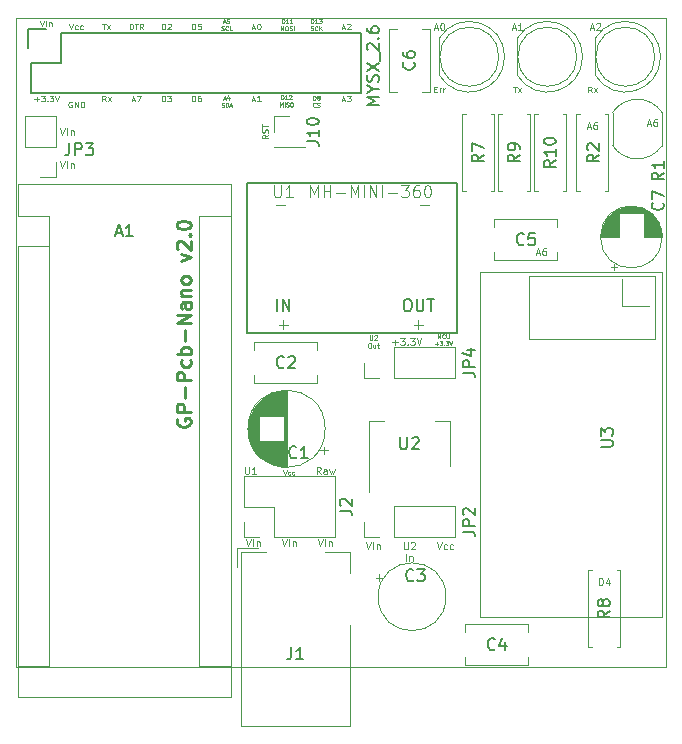
<source format=gbr>
%TF.GenerationSoftware,KiCad,Pcbnew,5.0.2-bee76a0~70~ubuntu18.04.1*%
%TF.CreationDate,2019-02-16T11:31:49+01:00*%
%TF.ProjectId,GP-Pcb-Nano,47502d50-6362-42d4-9e61-6e6f2e6b6963,2.0*%
%TF.SameCoordinates,Original*%
%TF.FileFunction,Legend,Top*%
%TF.FilePolarity,Positive*%
%FSLAX46Y46*%
G04 Gerber Fmt 4.6, Leading zero omitted, Abs format (unit mm)*
G04 Created by KiCad (PCBNEW 5.0.2-bee76a0~70~ubuntu18.04.1) date sab 16 feb 2019 11:31:50 CET*
%MOMM*%
%LPD*%
G01*
G04 APERTURE LIST*
%ADD10C,0.100000*%
%ADD11C,0.250000*%
%ADD12C,0.080000*%
%ADD13C,0.150000*%
%ADD14C,0.010000*%
%ADD15C,0.120000*%
%ADD16C,0.127000*%
%ADD17C,0.050000*%
G04 APERTURE END LIST*
D10*
X107668190Y-72409809D02*
X107430095Y-72576476D01*
X107668190Y-72695523D02*
X107168190Y-72695523D01*
X107168190Y-72505047D01*
X107192000Y-72457428D01*
X107215809Y-72433619D01*
X107263428Y-72409809D01*
X107334857Y-72409809D01*
X107382476Y-72433619D01*
X107406285Y-72457428D01*
X107430095Y-72505047D01*
X107430095Y-72695523D01*
X107644380Y-72219333D02*
X107668190Y-72147904D01*
X107668190Y-72028857D01*
X107644380Y-71981238D01*
X107620571Y-71957428D01*
X107572952Y-71933619D01*
X107525333Y-71933619D01*
X107477714Y-71957428D01*
X107453904Y-71981238D01*
X107430095Y-72028857D01*
X107406285Y-72124095D01*
X107382476Y-72171714D01*
X107358666Y-72195523D01*
X107311047Y-72219333D01*
X107263428Y-72219333D01*
X107215809Y-72195523D01*
X107192000Y-72171714D01*
X107168190Y-72124095D01*
X107168190Y-72005047D01*
X107192000Y-71933619D01*
X107168190Y-71790761D02*
X107168190Y-71505047D01*
X107668190Y-71647904D02*
X107168190Y-71647904D01*
D11*
X99984000Y-96420571D02*
X99926857Y-96534857D01*
X99926857Y-96706285D01*
X99984000Y-96877714D01*
X100098285Y-96992000D01*
X100212571Y-97049142D01*
X100441142Y-97106285D01*
X100612571Y-97106285D01*
X100841142Y-97049142D01*
X100955428Y-96992000D01*
X101069714Y-96877714D01*
X101126857Y-96706285D01*
X101126857Y-96592000D01*
X101069714Y-96420571D01*
X101012571Y-96363428D01*
X100612571Y-96363428D01*
X100612571Y-96592000D01*
X101126857Y-95849142D02*
X99926857Y-95849142D01*
X99926857Y-95392000D01*
X99984000Y-95277714D01*
X100041142Y-95220571D01*
X100155428Y-95163428D01*
X100326857Y-95163428D01*
X100441142Y-95220571D01*
X100498285Y-95277714D01*
X100555428Y-95392000D01*
X100555428Y-95849142D01*
X100669714Y-94649142D02*
X100669714Y-93734857D01*
X101126857Y-93163428D02*
X99926857Y-93163428D01*
X99926857Y-92706285D01*
X99984000Y-92592000D01*
X100041142Y-92534857D01*
X100155428Y-92477714D01*
X100326857Y-92477714D01*
X100441142Y-92534857D01*
X100498285Y-92592000D01*
X100555428Y-92706285D01*
X100555428Y-93163428D01*
X101069714Y-91449142D02*
X101126857Y-91563428D01*
X101126857Y-91792000D01*
X101069714Y-91906285D01*
X101012571Y-91963428D01*
X100898285Y-92020571D01*
X100555428Y-92020571D01*
X100441142Y-91963428D01*
X100384000Y-91906285D01*
X100326857Y-91792000D01*
X100326857Y-91563428D01*
X100384000Y-91449142D01*
X101126857Y-90934857D02*
X99926857Y-90934857D01*
X100384000Y-90934857D02*
X100326857Y-90820571D01*
X100326857Y-90592000D01*
X100384000Y-90477714D01*
X100441142Y-90420571D01*
X100555428Y-90363428D01*
X100898285Y-90363428D01*
X101012571Y-90420571D01*
X101069714Y-90477714D01*
X101126857Y-90592000D01*
X101126857Y-90820571D01*
X101069714Y-90934857D01*
X100669714Y-89849142D02*
X100669714Y-88934857D01*
X101126857Y-88363428D02*
X99926857Y-88363428D01*
X101126857Y-87677714D01*
X99926857Y-87677714D01*
X101126857Y-86592000D02*
X100498285Y-86592000D01*
X100384000Y-86649142D01*
X100326857Y-86763428D01*
X100326857Y-86992000D01*
X100384000Y-87106285D01*
X101069714Y-86592000D02*
X101126857Y-86706285D01*
X101126857Y-86992000D01*
X101069714Y-87106285D01*
X100955428Y-87163428D01*
X100841142Y-87163428D01*
X100726857Y-87106285D01*
X100669714Y-86992000D01*
X100669714Y-86706285D01*
X100612571Y-86592000D01*
X100326857Y-86020571D02*
X101126857Y-86020571D01*
X100441142Y-86020571D02*
X100384000Y-85963428D01*
X100326857Y-85849142D01*
X100326857Y-85677714D01*
X100384000Y-85563428D01*
X100498285Y-85506285D01*
X101126857Y-85506285D01*
X101126857Y-84763428D02*
X101069714Y-84877714D01*
X101012571Y-84934857D01*
X100898285Y-84992000D01*
X100555428Y-84992000D01*
X100441142Y-84934857D01*
X100384000Y-84877714D01*
X100326857Y-84763428D01*
X100326857Y-84592000D01*
X100384000Y-84477714D01*
X100441142Y-84420571D01*
X100555428Y-84363428D01*
X100898285Y-84363428D01*
X101012571Y-84420571D01*
X101069714Y-84477714D01*
X101126857Y-84592000D01*
X101126857Y-84763428D01*
X100326857Y-83049142D02*
X101126857Y-82763428D01*
X100326857Y-82477714D01*
X100041142Y-82077714D02*
X99984000Y-82020571D01*
X99926857Y-81906285D01*
X99926857Y-81620571D01*
X99984000Y-81506285D01*
X100041142Y-81449142D01*
X100155428Y-81392000D01*
X100269714Y-81392000D01*
X100441142Y-81449142D01*
X101126857Y-82134857D01*
X101126857Y-81392000D01*
X101012571Y-80877714D02*
X101069714Y-80820571D01*
X101126857Y-80877714D01*
X101069714Y-80934857D01*
X101012571Y-80877714D01*
X101126857Y-80877714D01*
X99926857Y-80077714D02*
X99926857Y-79963428D01*
X99984000Y-79849142D01*
X100041142Y-79792000D01*
X100155428Y-79734857D01*
X100384000Y-79677714D01*
X100669714Y-79677714D01*
X100898285Y-79734857D01*
X101012571Y-79792000D01*
X101069714Y-79849142D01*
X101126857Y-79963428D01*
X101126857Y-80077714D01*
X101069714Y-80192000D01*
X101012571Y-80249142D01*
X100898285Y-80306285D01*
X100669714Y-80363428D01*
X100384000Y-80363428D01*
X100155428Y-80306285D01*
X100041142Y-80249142D01*
X99984000Y-80192000D01*
X99926857Y-80077714D01*
D10*
X135080380Y-68806190D02*
X134913714Y-68568095D01*
X134794666Y-68806190D02*
X134794666Y-68306190D01*
X134985142Y-68306190D01*
X135032761Y-68330000D01*
X135056571Y-68353809D01*
X135080380Y-68401428D01*
X135080380Y-68472857D01*
X135056571Y-68520476D01*
X135032761Y-68544285D01*
X134985142Y-68568095D01*
X134794666Y-68568095D01*
X135247047Y-68806190D02*
X135508952Y-68472857D01*
X135247047Y-68472857D02*
X135508952Y-68806190D01*
X128432761Y-68306190D02*
X128718476Y-68306190D01*
X128575619Y-68806190D02*
X128575619Y-68306190D01*
X128837523Y-68806190D02*
X129099428Y-68472857D01*
X128837523Y-68472857D02*
X129099428Y-68806190D01*
X121757333Y-68544285D02*
X121924000Y-68544285D01*
X121995428Y-68806190D02*
X121757333Y-68806190D01*
X121757333Y-68306190D01*
X121995428Y-68306190D01*
X122209714Y-68806190D02*
X122209714Y-68472857D01*
X122209714Y-68568095D02*
X122233523Y-68520476D01*
X122257333Y-68496666D01*
X122304952Y-68472857D01*
X122352571Y-68472857D01*
X122519238Y-68806190D02*
X122519238Y-68472857D01*
X122519238Y-68568095D02*
X122543047Y-68520476D01*
X122566857Y-68496666D01*
X122614476Y-68472857D01*
X122662095Y-68472857D01*
D12*
X135701142Y-110507428D02*
X135701142Y-109907428D01*
X135844000Y-109907428D01*
X135929714Y-109936000D01*
X135986857Y-109993142D01*
X136015428Y-110050285D01*
X136044000Y-110164571D01*
X136044000Y-110250285D01*
X136015428Y-110364571D01*
X135986857Y-110421714D01*
X135929714Y-110478857D01*
X135844000Y-110507428D01*
X135701142Y-110507428D01*
X136558285Y-110107428D02*
X136558285Y-110507428D01*
X136415428Y-109878857D02*
X136272571Y-110307428D01*
X136644000Y-110307428D01*
D10*
X113942857Y-69425333D02*
X114180952Y-69425333D01*
X113895238Y-69568190D02*
X114061904Y-69068190D01*
X114228571Y-69568190D01*
X114347619Y-69068190D02*
X114657142Y-69068190D01*
X114490476Y-69258666D01*
X114561904Y-69258666D01*
X114609523Y-69282476D01*
X114633333Y-69306285D01*
X114657142Y-69353904D01*
X114657142Y-69472952D01*
X114633333Y-69520571D01*
X114609523Y-69544380D01*
X114561904Y-69568190D01*
X114419047Y-69568190D01*
X114371428Y-69544380D01*
X114347619Y-69520571D01*
D12*
X111501666Y-69426433D02*
X111501666Y-69076433D01*
X111585000Y-69076433D01*
X111635000Y-69093100D01*
X111668333Y-69126433D01*
X111685000Y-69159766D01*
X111701666Y-69226433D01*
X111701666Y-69276433D01*
X111685000Y-69343100D01*
X111668333Y-69376433D01*
X111635000Y-69409766D01*
X111585000Y-69426433D01*
X111501666Y-69426433D01*
X111901666Y-69226433D02*
X111868333Y-69209766D01*
X111851666Y-69193100D01*
X111835000Y-69159766D01*
X111835000Y-69143100D01*
X111851666Y-69109766D01*
X111868333Y-69093100D01*
X111901666Y-69076433D01*
X111968333Y-69076433D01*
X112001666Y-69093100D01*
X112018333Y-69109766D01*
X112035000Y-69143100D01*
X112035000Y-69159766D01*
X112018333Y-69193100D01*
X112001666Y-69209766D01*
X111968333Y-69226433D01*
X111901666Y-69226433D01*
X111868333Y-69243100D01*
X111851666Y-69259766D01*
X111835000Y-69293100D01*
X111835000Y-69359766D01*
X111851666Y-69393100D01*
X111868333Y-69409766D01*
X111901666Y-69426433D01*
X111968333Y-69426433D01*
X112001666Y-69409766D01*
X112018333Y-69393100D01*
X112035000Y-69359766D01*
X112035000Y-69293100D01*
X112018333Y-69259766D01*
X112001666Y-69243100D01*
X111968333Y-69226433D01*
X111701666Y-69998100D02*
X111685000Y-70014766D01*
X111635000Y-70031433D01*
X111601666Y-70031433D01*
X111551666Y-70014766D01*
X111518333Y-69981433D01*
X111501666Y-69948100D01*
X111485000Y-69881433D01*
X111485000Y-69831433D01*
X111501666Y-69764766D01*
X111518333Y-69731433D01*
X111551666Y-69698100D01*
X111601666Y-69681433D01*
X111635000Y-69681433D01*
X111685000Y-69698100D01*
X111701666Y-69714766D01*
X111835000Y-70014766D02*
X111885000Y-70031433D01*
X111968333Y-70031433D01*
X112001666Y-70014766D01*
X112018333Y-69998100D01*
X112035000Y-69964766D01*
X112035000Y-69931433D01*
X112018333Y-69898100D01*
X112001666Y-69881433D01*
X111968333Y-69864766D01*
X111901666Y-69848100D01*
X111868333Y-69831433D01*
X111851666Y-69814766D01*
X111835000Y-69781433D01*
X111835000Y-69748100D01*
X111851666Y-69714766D01*
X111868333Y-69698100D01*
X111901666Y-69681433D01*
X111985000Y-69681433D01*
X112035000Y-69698100D01*
X108670000Y-70008333D02*
X108670000Y-69658333D01*
X108786666Y-69908333D01*
X108903333Y-69658333D01*
X108903333Y-70008333D01*
X109070000Y-70008333D02*
X109070000Y-69658333D01*
X109220000Y-69991666D02*
X109270000Y-70008333D01*
X109353333Y-70008333D01*
X109386666Y-69991666D01*
X109403333Y-69975000D01*
X109420000Y-69941666D01*
X109420000Y-69908333D01*
X109403333Y-69875000D01*
X109386666Y-69858333D01*
X109353333Y-69841666D01*
X109286666Y-69825000D01*
X109253333Y-69808333D01*
X109236666Y-69791666D01*
X109220000Y-69758333D01*
X109220000Y-69725000D01*
X109236666Y-69691666D01*
X109253333Y-69675000D01*
X109286666Y-69658333D01*
X109370000Y-69658333D01*
X109420000Y-69675000D01*
X109636666Y-69658333D02*
X109703333Y-69658333D01*
X109736666Y-69675000D01*
X109770000Y-69708333D01*
X109786666Y-69775000D01*
X109786666Y-69891666D01*
X109770000Y-69958333D01*
X109736666Y-69991666D01*
X109703333Y-70008333D01*
X109636666Y-70008333D01*
X109603333Y-69991666D01*
X109570000Y-69958333D01*
X109553333Y-69891666D01*
X109553333Y-69775000D01*
X109570000Y-69708333D01*
X109603333Y-69675000D01*
X109636666Y-69658333D01*
X108795000Y-69398733D02*
X108795000Y-69048733D01*
X108878333Y-69048733D01*
X108928333Y-69065400D01*
X108961666Y-69098733D01*
X108978333Y-69132066D01*
X108995000Y-69198733D01*
X108995000Y-69248733D01*
X108978333Y-69315400D01*
X108961666Y-69348733D01*
X108928333Y-69382066D01*
X108878333Y-69398733D01*
X108795000Y-69398733D01*
X109328333Y-69398733D02*
X109128333Y-69398733D01*
X109228333Y-69398733D02*
X109228333Y-69048733D01*
X109195000Y-69098733D01*
X109161666Y-69132066D01*
X109128333Y-69148733D01*
X109461666Y-69082066D02*
X109478333Y-69065400D01*
X109511666Y-69048733D01*
X109595000Y-69048733D01*
X109628333Y-69065400D01*
X109645000Y-69082066D01*
X109661666Y-69115400D01*
X109661666Y-69148733D01*
X109645000Y-69198733D01*
X109445000Y-69398733D01*
X109661666Y-69398733D01*
D10*
X106322857Y-69425333D02*
X106560952Y-69425333D01*
X106275238Y-69568190D02*
X106441904Y-69068190D01*
X106608571Y-69568190D01*
X107037142Y-69568190D02*
X106751428Y-69568190D01*
X106894285Y-69568190D02*
X106894285Y-69068190D01*
X106846666Y-69139619D01*
X106799047Y-69187238D01*
X106751428Y-69211047D01*
D12*
X103915400Y-69326433D02*
X104082066Y-69326433D01*
X103882066Y-69426433D02*
X103998733Y-69076433D01*
X104115400Y-69426433D01*
X104382066Y-69193100D02*
X104382066Y-69426433D01*
X104298733Y-69059766D02*
X104215400Y-69309766D01*
X104432066Y-69309766D01*
X103740400Y-70014766D02*
X103790400Y-70031433D01*
X103873733Y-70031433D01*
X103907066Y-70014766D01*
X103923733Y-69998100D01*
X103940400Y-69964766D01*
X103940400Y-69931433D01*
X103923733Y-69898100D01*
X103907066Y-69881433D01*
X103873733Y-69864766D01*
X103807066Y-69848100D01*
X103773733Y-69831433D01*
X103757066Y-69814766D01*
X103740400Y-69781433D01*
X103740400Y-69748100D01*
X103757066Y-69714766D01*
X103773733Y-69698100D01*
X103807066Y-69681433D01*
X103890400Y-69681433D01*
X103940400Y-69698100D01*
X104090400Y-70031433D02*
X104090400Y-69681433D01*
X104173733Y-69681433D01*
X104223733Y-69698100D01*
X104257066Y-69731433D01*
X104273733Y-69764766D01*
X104290400Y-69831433D01*
X104290400Y-69881433D01*
X104273733Y-69948100D01*
X104257066Y-69981433D01*
X104223733Y-70014766D01*
X104173733Y-70031433D01*
X104090400Y-70031433D01*
X104423733Y-69931433D02*
X104590400Y-69931433D01*
X104390400Y-70031433D02*
X104507066Y-69681433D01*
X104623733Y-70031433D01*
D10*
X101230952Y-69568190D02*
X101230952Y-69068190D01*
X101350000Y-69068190D01*
X101421428Y-69092000D01*
X101469047Y-69139619D01*
X101492857Y-69187238D01*
X101516666Y-69282476D01*
X101516666Y-69353904D01*
X101492857Y-69449142D01*
X101469047Y-69496761D01*
X101421428Y-69544380D01*
X101350000Y-69568190D01*
X101230952Y-69568190D01*
X101945238Y-69068190D02*
X101850000Y-69068190D01*
X101802380Y-69092000D01*
X101778571Y-69115809D01*
X101730952Y-69187238D01*
X101707142Y-69282476D01*
X101707142Y-69472952D01*
X101730952Y-69520571D01*
X101754761Y-69544380D01*
X101802380Y-69568190D01*
X101897619Y-69568190D01*
X101945238Y-69544380D01*
X101969047Y-69520571D01*
X101992857Y-69472952D01*
X101992857Y-69353904D01*
X101969047Y-69306285D01*
X101945238Y-69282476D01*
X101897619Y-69258666D01*
X101802380Y-69258666D01*
X101754761Y-69282476D01*
X101730952Y-69306285D01*
X101707142Y-69353904D01*
X98690952Y-69568190D02*
X98690952Y-69068190D01*
X98810000Y-69068190D01*
X98881428Y-69092000D01*
X98929047Y-69139619D01*
X98952857Y-69187238D01*
X98976666Y-69282476D01*
X98976666Y-69353904D01*
X98952857Y-69449142D01*
X98929047Y-69496761D01*
X98881428Y-69544380D01*
X98810000Y-69568190D01*
X98690952Y-69568190D01*
X99143333Y-69068190D02*
X99452857Y-69068190D01*
X99286190Y-69258666D01*
X99357619Y-69258666D01*
X99405238Y-69282476D01*
X99429047Y-69306285D01*
X99452857Y-69353904D01*
X99452857Y-69472952D01*
X99429047Y-69520571D01*
X99405238Y-69544380D01*
X99357619Y-69568190D01*
X99214761Y-69568190D01*
X99167142Y-69544380D01*
X99143333Y-69520571D01*
X96162857Y-69425333D02*
X96400952Y-69425333D01*
X96115238Y-69568190D02*
X96281904Y-69068190D01*
X96448571Y-69568190D01*
X96567619Y-69068190D02*
X96900952Y-69068190D01*
X96686666Y-69568190D01*
X93932380Y-69568190D02*
X93765714Y-69330095D01*
X93646666Y-69568190D02*
X93646666Y-69068190D01*
X93837142Y-69068190D01*
X93884761Y-69092000D01*
X93908571Y-69115809D01*
X93932380Y-69163428D01*
X93932380Y-69234857D01*
X93908571Y-69282476D01*
X93884761Y-69306285D01*
X93837142Y-69330095D01*
X93646666Y-69330095D01*
X94099047Y-69568190D02*
X94360952Y-69234857D01*
X94099047Y-69234857D02*
X94360952Y-69568190D01*
D12*
X103890000Y-62849433D02*
X104056666Y-62849433D01*
X103856666Y-62949433D02*
X103973333Y-62599433D01*
X104090000Y-62949433D01*
X104373333Y-62599433D02*
X104206666Y-62599433D01*
X104190000Y-62766100D01*
X104206666Y-62749433D01*
X104240000Y-62732766D01*
X104323333Y-62732766D01*
X104356666Y-62749433D01*
X104373333Y-62766100D01*
X104390000Y-62799433D01*
X104390000Y-62882766D01*
X104373333Y-62916100D01*
X104356666Y-62932766D01*
X104323333Y-62949433D01*
X104240000Y-62949433D01*
X104206666Y-62932766D01*
X104190000Y-62916100D01*
X103723333Y-63537766D02*
X103773333Y-63554433D01*
X103856666Y-63554433D01*
X103890000Y-63537766D01*
X103906666Y-63521100D01*
X103923333Y-63487766D01*
X103923333Y-63454433D01*
X103906666Y-63421100D01*
X103890000Y-63404433D01*
X103856666Y-63387766D01*
X103790000Y-63371100D01*
X103756666Y-63354433D01*
X103740000Y-63337766D01*
X103723333Y-63304433D01*
X103723333Y-63271100D01*
X103740000Y-63237766D01*
X103756666Y-63221100D01*
X103790000Y-63204433D01*
X103873333Y-63204433D01*
X103923333Y-63221100D01*
X104273333Y-63521100D02*
X104256666Y-63537766D01*
X104206666Y-63554433D01*
X104173333Y-63554433D01*
X104123333Y-63537766D01*
X104090000Y-63504433D01*
X104073333Y-63471100D01*
X104056666Y-63404433D01*
X104056666Y-63354433D01*
X104073333Y-63287766D01*
X104090000Y-63254433D01*
X104123333Y-63221100D01*
X104173333Y-63204433D01*
X104206666Y-63204433D01*
X104256666Y-63221100D01*
X104273333Y-63237766D01*
X104590000Y-63554433D02*
X104423333Y-63554433D01*
X104423333Y-63204433D01*
D10*
X91059047Y-69600000D02*
X91011428Y-69576190D01*
X90940000Y-69576190D01*
X90868571Y-69600000D01*
X90820952Y-69647619D01*
X90797142Y-69695238D01*
X90773333Y-69790476D01*
X90773333Y-69861904D01*
X90797142Y-69957142D01*
X90820952Y-70004761D01*
X90868571Y-70052380D01*
X90940000Y-70076190D01*
X90987619Y-70076190D01*
X91059047Y-70052380D01*
X91082857Y-70028571D01*
X91082857Y-69861904D01*
X90987619Y-69861904D01*
X91297142Y-70076190D02*
X91297142Y-69576190D01*
X91582857Y-70076190D01*
X91582857Y-69576190D01*
X91820952Y-70076190D02*
X91820952Y-69576190D01*
X91940000Y-69576190D01*
X92011428Y-69600000D01*
X92059047Y-69647619D01*
X92082857Y-69695238D01*
X92106666Y-69790476D01*
X92106666Y-69861904D01*
X92082857Y-69957142D01*
X92059047Y-70004761D01*
X92011428Y-70052380D01*
X91940000Y-70076190D01*
X91820952Y-70076190D01*
D12*
X111335000Y-62949433D02*
X111335000Y-62599433D01*
X111418333Y-62599433D01*
X111468333Y-62616100D01*
X111501666Y-62649433D01*
X111518333Y-62682766D01*
X111535000Y-62749433D01*
X111535000Y-62799433D01*
X111518333Y-62866100D01*
X111501666Y-62899433D01*
X111468333Y-62932766D01*
X111418333Y-62949433D01*
X111335000Y-62949433D01*
X111868333Y-62949433D02*
X111668333Y-62949433D01*
X111768333Y-62949433D02*
X111768333Y-62599433D01*
X111735000Y-62649433D01*
X111701666Y-62682766D01*
X111668333Y-62699433D01*
X111985000Y-62599433D02*
X112201666Y-62599433D01*
X112085000Y-62732766D01*
X112135000Y-62732766D01*
X112168333Y-62749433D01*
X112185000Y-62766100D01*
X112201666Y-62799433D01*
X112201666Y-62882766D01*
X112185000Y-62916100D01*
X112168333Y-62932766D01*
X112135000Y-62949433D01*
X112035000Y-62949433D01*
X112001666Y-62932766D01*
X111985000Y-62916100D01*
X111310000Y-63537766D02*
X111360000Y-63554433D01*
X111443333Y-63554433D01*
X111476666Y-63537766D01*
X111493333Y-63521100D01*
X111510000Y-63487766D01*
X111510000Y-63454433D01*
X111493333Y-63421100D01*
X111476666Y-63404433D01*
X111443333Y-63387766D01*
X111376666Y-63371100D01*
X111343333Y-63354433D01*
X111326666Y-63337766D01*
X111310000Y-63304433D01*
X111310000Y-63271100D01*
X111326666Y-63237766D01*
X111343333Y-63221100D01*
X111376666Y-63204433D01*
X111460000Y-63204433D01*
X111510000Y-63221100D01*
X111860000Y-63521100D02*
X111843333Y-63537766D01*
X111793333Y-63554433D01*
X111760000Y-63554433D01*
X111710000Y-63537766D01*
X111676666Y-63504433D01*
X111660000Y-63471100D01*
X111643333Y-63404433D01*
X111643333Y-63354433D01*
X111660000Y-63287766D01*
X111676666Y-63254433D01*
X111710000Y-63221100D01*
X111760000Y-63204433D01*
X111793333Y-63204433D01*
X111843333Y-63221100D01*
X111860000Y-63237766D01*
X112010000Y-63554433D02*
X112010000Y-63204433D01*
X112210000Y-63554433D02*
X112060000Y-63354433D01*
X112210000Y-63204433D02*
X112010000Y-63404433D01*
D10*
X113942857Y-63329333D02*
X114180952Y-63329333D01*
X113895238Y-63472190D02*
X114061904Y-62972190D01*
X114228571Y-63472190D01*
X114371428Y-63019809D02*
X114395238Y-62996000D01*
X114442857Y-62972190D01*
X114561904Y-62972190D01*
X114609523Y-62996000D01*
X114633333Y-63019809D01*
X114657142Y-63067428D01*
X114657142Y-63115047D01*
X114633333Y-63186476D01*
X114347619Y-63472190D01*
X114657142Y-63472190D01*
D12*
X108871200Y-62949433D02*
X108871200Y-62599433D01*
X108954533Y-62599433D01*
X109004533Y-62616100D01*
X109037866Y-62649433D01*
X109054533Y-62682766D01*
X109071200Y-62749433D01*
X109071200Y-62799433D01*
X109054533Y-62866100D01*
X109037866Y-62899433D01*
X109004533Y-62932766D01*
X108954533Y-62949433D01*
X108871200Y-62949433D01*
X109404533Y-62949433D02*
X109204533Y-62949433D01*
X109304533Y-62949433D02*
X109304533Y-62599433D01*
X109271200Y-62649433D01*
X109237866Y-62682766D01*
X109204533Y-62699433D01*
X109737866Y-62949433D02*
X109537866Y-62949433D01*
X109637866Y-62949433D02*
X109637866Y-62599433D01*
X109604533Y-62649433D01*
X109571200Y-62682766D01*
X109537866Y-62699433D01*
X108746200Y-63554433D02*
X108746200Y-63204433D01*
X108862866Y-63454433D01*
X108979533Y-63204433D01*
X108979533Y-63554433D01*
X109212866Y-63204433D02*
X109279533Y-63204433D01*
X109312866Y-63221100D01*
X109346200Y-63254433D01*
X109362866Y-63321100D01*
X109362866Y-63437766D01*
X109346200Y-63504433D01*
X109312866Y-63537766D01*
X109279533Y-63554433D01*
X109212866Y-63554433D01*
X109179533Y-63537766D01*
X109146200Y-63504433D01*
X109129533Y-63437766D01*
X109129533Y-63321100D01*
X109146200Y-63254433D01*
X109179533Y-63221100D01*
X109212866Y-63204433D01*
X109496200Y-63537766D02*
X109546200Y-63554433D01*
X109629533Y-63554433D01*
X109662866Y-63537766D01*
X109679533Y-63521100D01*
X109696200Y-63487766D01*
X109696200Y-63454433D01*
X109679533Y-63421100D01*
X109662866Y-63404433D01*
X109629533Y-63387766D01*
X109562866Y-63371100D01*
X109529533Y-63354433D01*
X109512866Y-63337766D01*
X109496200Y-63304433D01*
X109496200Y-63271100D01*
X109512866Y-63237766D01*
X109529533Y-63221100D01*
X109562866Y-63204433D01*
X109646200Y-63204433D01*
X109696200Y-63221100D01*
X109846200Y-63554433D02*
X109846200Y-63204433D01*
D10*
X106322857Y-63329333D02*
X106560952Y-63329333D01*
X106275238Y-63472190D02*
X106441904Y-62972190D01*
X106608571Y-63472190D01*
X106870476Y-62972190D02*
X106918095Y-62972190D01*
X106965714Y-62996000D01*
X106989523Y-63019809D01*
X107013333Y-63067428D01*
X107037142Y-63162666D01*
X107037142Y-63281714D01*
X107013333Y-63376952D01*
X106989523Y-63424571D01*
X106965714Y-63448380D01*
X106918095Y-63472190D01*
X106870476Y-63472190D01*
X106822857Y-63448380D01*
X106799047Y-63424571D01*
X106775238Y-63376952D01*
X106751428Y-63281714D01*
X106751428Y-63162666D01*
X106775238Y-63067428D01*
X106799047Y-63019809D01*
X106822857Y-62996000D01*
X106870476Y-62972190D01*
X101230952Y-63472190D02*
X101230952Y-62972190D01*
X101350000Y-62972190D01*
X101421428Y-62996000D01*
X101469047Y-63043619D01*
X101492857Y-63091238D01*
X101516666Y-63186476D01*
X101516666Y-63257904D01*
X101492857Y-63353142D01*
X101469047Y-63400761D01*
X101421428Y-63448380D01*
X101350000Y-63472190D01*
X101230952Y-63472190D01*
X101969047Y-62972190D02*
X101730952Y-62972190D01*
X101707142Y-63210285D01*
X101730952Y-63186476D01*
X101778571Y-63162666D01*
X101897619Y-63162666D01*
X101945238Y-63186476D01*
X101969047Y-63210285D01*
X101992857Y-63257904D01*
X101992857Y-63376952D01*
X101969047Y-63424571D01*
X101945238Y-63448380D01*
X101897619Y-63472190D01*
X101778571Y-63472190D01*
X101730952Y-63448380D01*
X101707142Y-63424571D01*
X98690952Y-63472190D02*
X98690952Y-62972190D01*
X98810000Y-62972190D01*
X98881428Y-62996000D01*
X98929047Y-63043619D01*
X98952857Y-63091238D01*
X98976666Y-63186476D01*
X98976666Y-63257904D01*
X98952857Y-63353142D01*
X98929047Y-63400761D01*
X98881428Y-63448380D01*
X98810000Y-63472190D01*
X98690952Y-63472190D01*
X99167142Y-63019809D02*
X99190952Y-62996000D01*
X99238571Y-62972190D01*
X99357619Y-62972190D01*
X99405238Y-62996000D01*
X99429047Y-63019809D01*
X99452857Y-63067428D01*
X99452857Y-63115047D01*
X99429047Y-63186476D01*
X99143333Y-63472190D01*
X99452857Y-63472190D01*
X95948571Y-63472190D02*
X95948571Y-62972190D01*
X96067619Y-62972190D01*
X96139047Y-62996000D01*
X96186666Y-63043619D01*
X96210476Y-63091238D01*
X96234285Y-63186476D01*
X96234285Y-63257904D01*
X96210476Y-63353142D01*
X96186666Y-63400761D01*
X96139047Y-63448380D01*
X96067619Y-63472190D01*
X95948571Y-63472190D01*
X96377142Y-62972190D02*
X96662857Y-62972190D01*
X96520000Y-63472190D02*
X96520000Y-62972190D01*
X97115238Y-63472190D02*
X96948571Y-63234095D01*
X96829523Y-63472190D02*
X96829523Y-62972190D01*
X97020000Y-62972190D01*
X97067619Y-62996000D01*
X97091428Y-63019809D01*
X97115238Y-63067428D01*
X97115238Y-63138857D01*
X97091428Y-63186476D01*
X97067619Y-63210285D01*
X97020000Y-63234095D01*
X96829523Y-63234095D01*
X93634761Y-62972190D02*
X93920476Y-62972190D01*
X93777619Y-63472190D02*
X93777619Y-62972190D01*
X94039523Y-63472190D02*
X94301428Y-63138857D01*
X94039523Y-63138857D02*
X94301428Y-63472190D01*
X90844761Y-62972190D02*
X91011428Y-63472190D01*
X91178095Y-62972190D01*
X91559047Y-63448380D02*
X91511428Y-63472190D01*
X91416190Y-63472190D01*
X91368571Y-63448380D01*
X91344761Y-63424571D01*
X91320952Y-63376952D01*
X91320952Y-63234095D01*
X91344761Y-63186476D01*
X91368571Y-63162666D01*
X91416190Y-63138857D01*
X91511428Y-63138857D01*
X91559047Y-63162666D01*
X91987619Y-63448380D02*
X91940000Y-63472190D01*
X91844761Y-63472190D01*
X91797142Y-63448380D01*
X91773333Y-63424571D01*
X91749523Y-63376952D01*
X91749523Y-63234095D01*
X91773333Y-63186476D01*
X91797142Y-63162666D01*
X91844761Y-63138857D01*
X91940000Y-63138857D01*
X91987619Y-63162666D01*
X88388095Y-62718190D02*
X88554761Y-63218190D01*
X88721428Y-62718190D01*
X88888095Y-63218190D02*
X88888095Y-62884857D01*
X88888095Y-62718190D02*
X88864285Y-62742000D01*
X88888095Y-62765809D01*
X88911904Y-62742000D01*
X88888095Y-62718190D01*
X88888095Y-62765809D01*
X89126190Y-62884857D02*
X89126190Y-63218190D01*
X89126190Y-62932476D02*
X89150000Y-62908666D01*
X89197619Y-62884857D01*
X89269047Y-62884857D01*
X89316666Y-62908666D01*
X89340476Y-62956285D01*
X89340476Y-63218190D01*
X87900000Y-69377714D02*
X88280952Y-69377714D01*
X88090476Y-69568190D02*
X88090476Y-69187238D01*
X88471428Y-69068190D02*
X88780952Y-69068190D01*
X88614285Y-69258666D01*
X88685714Y-69258666D01*
X88733333Y-69282476D01*
X88757142Y-69306285D01*
X88780952Y-69353904D01*
X88780952Y-69472952D01*
X88757142Y-69520571D01*
X88733333Y-69544380D01*
X88685714Y-69568190D01*
X88542857Y-69568190D01*
X88495238Y-69544380D01*
X88471428Y-69520571D01*
X88995238Y-69520571D02*
X89019047Y-69544380D01*
X88995238Y-69568190D01*
X88971428Y-69544380D01*
X88995238Y-69520571D01*
X88995238Y-69568190D01*
X89185714Y-69068190D02*
X89495238Y-69068190D01*
X89328571Y-69258666D01*
X89400000Y-69258666D01*
X89447619Y-69282476D01*
X89471428Y-69306285D01*
X89495238Y-69353904D01*
X89495238Y-69472952D01*
X89471428Y-69520571D01*
X89447619Y-69544380D01*
X89400000Y-69568190D01*
X89257142Y-69568190D01*
X89209523Y-69544380D01*
X89185714Y-69520571D01*
X89638095Y-69068190D02*
X89804761Y-69568190D01*
X89971428Y-69068190D01*
D12*
X134953428Y-63346000D02*
X135239142Y-63346000D01*
X134896285Y-63517428D02*
X135096285Y-62917428D01*
X135296285Y-63517428D01*
X135467714Y-62974571D02*
X135496285Y-62946000D01*
X135553428Y-62917428D01*
X135696285Y-62917428D01*
X135753428Y-62946000D01*
X135782000Y-62974571D01*
X135810571Y-63031714D01*
X135810571Y-63088857D01*
X135782000Y-63174571D01*
X135439142Y-63517428D01*
X135810571Y-63517428D01*
X128349428Y-63346000D02*
X128635142Y-63346000D01*
X128292285Y-63517428D02*
X128492285Y-62917428D01*
X128692285Y-63517428D01*
X129206571Y-63517428D02*
X128863714Y-63517428D01*
X129035142Y-63517428D02*
X129035142Y-62917428D01*
X128978000Y-63003142D01*
X128920857Y-63060285D01*
X128863714Y-63088857D01*
X121745428Y-63346000D02*
X122031142Y-63346000D01*
X121688285Y-63517428D02*
X121888285Y-62917428D01*
X122088285Y-63517428D01*
X122402571Y-62917428D02*
X122459714Y-62917428D01*
X122516857Y-62946000D01*
X122545428Y-62974571D01*
X122574000Y-63031714D01*
X122602571Y-63146000D01*
X122602571Y-63288857D01*
X122574000Y-63403142D01*
X122545428Y-63460285D01*
X122516857Y-63488857D01*
X122459714Y-63517428D01*
X122402571Y-63517428D01*
X122345428Y-63488857D01*
X122316857Y-63460285D01*
X122288285Y-63403142D01*
X122259714Y-63288857D01*
X122259714Y-63146000D01*
X122288285Y-63031714D01*
X122316857Y-62974571D01*
X122345428Y-62946000D01*
X122402571Y-62917428D01*
X130381428Y-82396000D02*
X130667142Y-82396000D01*
X130324285Y-82567428D02*
X130524285Y-81967428D01*
X130724285Y-82567428D01*
X131181428Y-81967428D02*
X131067142Y-81967428D01*
X131010000Y-81996000D01*
X130981428Y-82024571D01*
X130924285Y-82110285D01*
X130895714Y-82224571D01*
X130895714Y-82453142D01*
X130924285Y-82510285D01*
X130952857Y-82538857D01*
X131010000Y-82567428D01*
X131124285Y-82567428D01*
X131181428Y-82538857D01*
X131210000Y-82510285D01*
X131238571Y-82453142D01*
X131238571Y-82310285D01*
X131210000Y-82253142D01*
X131181428Y-82224571D01*
X131124285Y-82196000D01*
X131010000Y-82196000D01*
X130952857Y-82224571D01*
X130924285Y-82253142D01*
X130895714Y-82310285D01*
X139779428Y-71474000D02*
X140065142Y-71474000D01*
X139722285Y-71645428D02*
X139922285Y-71045428D01*
X140122285Y-71645428D01*
X140579428Y-71045428D02*
X140465142Y-71045428D01*
X140408000Y-71074000D01*
X140379428Y-71102571D01*
X140322285Y-71188285D01*
X140293714Y-71302571D01*
X140293714Y-71531142D01*
X140322285Y-71588285D01*
X140350857Y-71616857D01*
X140408000Y-71645428D01*
X140522285Y-71645428D01*
X140579428Y-71616857D01*
X140608000Y-71588285D01*
X140636571Y-71531142D01*
X140636571Y-71388285D01*
X140608000Y-71331142D01*
X140579428Y-71302571D01*
X140522285Y-71274000D01*
X140408000Y-71274000D01*
X140350857Y-71302571D01*
X140322285Y-71331142D01*
X140293714Y-71388285D01*
X134699428Y-71728000D02*
X134985142Y-71728000D01*
X134642285Y-71899428D02*
X134842285Y-71299428D01*
X135042285Y-71899428D01*
X135499428Y-71299428D02*
X135385142Y-71299428D01*
X135328000Y-71328000D01*
X135299428Y-71356571D01*
X135242285Y-71442285D01*
X135213714Y-71556571D01*
X135213714Y-71785142D01*
X135242285Y-71842285D01*
X135270857Y-71870857D01*
X135328000Y-71899428D01*
X135442285Y-71899428D01*
X135499428Y-71870857D01*
X135528000Y-71842285D01*
X135556571Y-71785142D01*
X135556571Y-71642285D01*
X135528000Y-71585142D01*
X135499428Y-71556571D01*
X135442285Y-71528000D01*
X135328000Y-71528000D01*
X135270857Y-71556571D01*
X135242285Y-71585142D01*
X135213714Y-71642285D01*
X90063714Y-71807428D02*
X90263714Y-72407428D01*
X90463714Y-71807428D01*
X90663714Y-72407428D02*
X90663714Y-72007428D01*
X90663714Y-71807428D02*
X90635142Y-71836000D01*
X90663714Y-71864571D01*
X90692285Y-71836000D01*
X90663714Y-71807428D01*
X90663714Y-71864571D01*
X90949428Y-72007428D02*
X90949428Y-72407428D01*
X90949428Y-72064571D02*
X90978000Y-72036000D01*
X91035142Y-72007428D01*
X91120857Y-72007428D01*
X91178000Y-72036000D01*
X91206571Y-72093142D01*
X91206571Y-72407428D01*
X90063714Y-74601428D02*
X90263714Y-75201428D01*
X90463714Y-74601428D01*
X90663714Y-75201428D02*
X90663714Y-74801428D01*
X90663714Y-74601428D02*
X90635142Y-74630000D01*
X90663714Y-74658571D01*
X90692285Y-74630000D01*
X90663714Y-74601428D01*
X90663714Y-74658571D01*
X90949428Y-74801428D02*
X90949428Y-75201428D01*
X90949428Y-74858571D02*
X90978000Y-74830000D01*
X91035142Y-74801428D01*
X91120857Y-74801428D01*
X91178000Y-74830000D01*
X91206571Y-74887142D01*
X91206571Y-75201428D01*
X122029200Y-89619433D02*
X122029200Y-89269433D01*
X122145866Y-89519433D01*
X122262533Y-89269433D01*
X122262533Y-89619433D01*
X122629200Y-89586100D02*
X122612533Y-89602766D01*
X122562533Y-89619433D01*
X122529200Y-89619433D01*
X122479200Y-89602766D01*
X122445866Y-89569433D01*
X122429200Y-89536100D01*
X122412533Y-89469433D01*
X122412533Y-89419433D01*
X122429200Y-89352766D01*
X122445866Y-89319433D01*
X122479200Y-89286100D01*
X122529200Y-89269433D01*
X122562533Y-89269433D01*
X122612533Y-89286100D01*
X122629200Y-89302766D01*
X122779200Y-89269433D02*
X122779200Y-89552766D01*
X122795866Y-89586100D01*
X122812533Y-89602766D01*
X122845866Y-89619433D01*
X122912533Y-89619433D01*
X122945866Y-89602766D01*
X122962533Y-89586100D01*
X122979200Y-89552766D01*
X122979200Y-89269433D01*
X121804200Y-90091100D02*
X122070866Y-90091100D01*
X121937533Y-90224433D02*
X121937533Y-89957766D01*
X122204200Y-89874433D02*
X122420866Y-89874433D01*
X122304200Y-90007766D01*
X122354200Y-90007766D01*
X122387533Y-90024433D01*
X122404200Y-90041100D01*
X122420866Y-90074433D01*
X122420866Y-90157766D01*
X122404200Y-90191100D01*
X122387533Y-90207766D01*
X122354200Y-90224433D01*
X122254200Y-90224433D01*
X122220866Y-90207766D01*
X122204200Y-90191100D01*
X122570866Y-90191100D02*
X122587533Y-90207766D01*
X122570866Y-90224433D01*
X122554200Y-90207766D01*
X122570866Y-90191100D01*
X122570866Y-90224433D01*
X122704200Y-89874433D02*
X122920866Y-89874433D01*
X122804200Y-90007766D01*
X122854200Y-90007766D01*
X122887533Y-90024433D01*
X122904200Y-90041100D01*
X122920866Y-90074433D01*
X122920866Y-90157766D01*
X122904200Y-90191100D01*
X122887533Y-90207766D01*
X122854200Y-90224433D01*
X122754200Y-90224433D01*
X122720866Y-90207766D01*
X122704200Y-90191100D01*
X123020866Y-89874433D02*
X123137533Y-90224433D01*
X123254200Y-89874433D01*
X112122000Y-101109428D02*
X111922000Y-100823714D01*
X111779142Y-101109428D02*
X111779142Y-100509428D01*
X112007714Y-100509428D01*
X112064857Y-100538000D01*
X112093428Y-100566571D01*
X112122000Y-100623714D01*
X112122000Y-100709428D01*
X112093428Y-100766571D01*
X112064857Y-100795142D01*
X112007714Y-100823714D01*
X111779142Y-100823714D01*
X112636285Y-101109428D02*
X112636285Y-100795142D01*
X112607714Y-100738000D01*
X112550571Y-100709428D01*
X112436285Y-100709428D01*
X112379142Y-100738000D01*
X112636285Y-101080857D02*
X112579142Y-101109428D01*
X112436285Y-101109428D01*
X112379142Y-101080857D01*
X112350571Y-101023714D01*
X112350571Y-100966571D01*
X112379142Y-100909428D01*
X112436285Y-100880857D01*
X112579142Y-100880857D01*
X112636285Y-100852285D01*
X112864857Y-100709428D02*
X112979142Y-101109428D01*
X113093428Y-100823714D01*
X113207714Y-101109428D01*
X113322000Y-100709428D01*
X105714857Y-100509428D02*
X105714857Y-100995142D01*
X105743428Y-101052285D01*
X105772000Y-101080857D01*
X105829142Y-101109428D01*
X105943428Y-101109428D01*
X106000571Y-101080857D01*
X106029142Y-101052285D01*
X106057714Y-100995142D01*
X106057714Y-100509428D01*
X106657714Y-101109428D02*
X106314857Y-101109428D01*
X106486285Y-101109428D02*
X106486285Y-100509428D01*
X106429142Y-100595142D01*
X106372000Y-100652285D01*
X106314857Y-100680857D01*
X108972409Y-100771352D02*
X109105742Y-101171352D01*
X109239076Y-100771352D01*
X109543838Y-101152304D02*
X109505742Y-101171352D01*
X109429552Y-101171352D01*
X109391457Y-101152304D01*
X109372409Y-101133257D01*
X109353361Y-101095161D01*
X109353361Y-100980876D01*
X109372409Y-100942780D01*
X109391457Y-100923733D01*
X109429552Y-100904685D01*
X109505742Y-100904685D01*
X109543838Y-100923733D01*
X109886695Y-101152304D02*
X109848600Y-101171352D01*
X109772409Y-101171352D01*
X109734314Y-101152304D01*
X109715266Y-101133257D01*
X109696219Y-101095161D01*
X109696219Y-100980876D01*
X109715266Y-100942780D01*
X109734314Y-100923733D01*
X109772409Y-100904685D01*
X109848600Y-100904685D01*
X109886695Y-100923733D01*
X111907714Y-106605428D02*
X112107714Y-107205428D01*
X112307714Y-106605428D01*
X112507714Y-107205428D02*
X112507714Y-106805428D01*
X112507714Y-106605428D02*
X112479142Y-106634000D01*
X112507714Y-106662571D01*
X112536285Y-106634000D01*
X112507714Y-106605428D01*
X112507714Y-106662571D01*
X112793428Y-106805428D02*
X112793428Y-107205428D01*
X112793428Y-106862571D02*
X112822000Y-106834000D01*
X112879142Y-106805428D01*
X112964857Y-106805428D01*
X113022000Y-106834000D01*
X113050571Y-106891142D01*
X113050571Y-107205428D01*
X105811714Y-106605428D02*
X106011714Y-107205428D01*
X106211714Y-106605428D01*
X106411714Y-107205428D02*
X106411714Y-106805428D01*
X106411714Y-106605428D02*
X106383142Y-106634000D01*
X106411714Y-106662571D01*
X106440285Y-106634000D01*
X106411714Y-106605428D01*
X106411714Y-106662571D01*
X106697428Y-106805428D02*
X106697428Y-107205428D01*
X106697428Y-106862571D02*
X106726000Y-106834000D01*
X106783142Y-106805428D01*
X106868857Y-106805428D01*
X106926000Y-106834000D01*
X106954571Y-106891142D01*
X106954571Y-107205428D01*
X108859714Y-106605428D02*
X109059714Y-107205428D01*
X109259714Y-106605428D01*
X109459714Y-107205428D02*
X109459714Y-106805428D01*
X109459714Y-106605428D02*
X109431142Y-106634000D01*
X109459714Y-106662571D01*
X109488285Y-106634000D01*
X109459714Y-106605428D01*
X109459714Y-106662571D01*
X109745428Y-106805428D02*
X109745428Y-107205428D01*
X109745428Y-106862571D02*
X109774000Y-106834000D01*
X109831142Y-106805428D01*
X109916857Y-106805428D01*
X109974000Y-106834000D01*
X110002571Y-106891142D01*
X110002571Y-107205428D01*
X121967714Y-106859428D02*
X122167714Y-107459428D01*
X122367714Y-106859428D01*
X122824857Y-107430857D02*
X122767714Y-107459428D01*
X122653428Y-107459428D01*
X122596285Y-107430857D01*
X122567714Y-107402285D01*
X122539142Y-107345142D01*
X122539142Y-107173714D01*
X122567714Y-107116571D01*
X122596285Y-107088000D01*
X122653428Y-107059428D01*
X122767714Y-107059428D01*
X122824857Y-107088000D01*
X123339142Y-107430857D02*
X123282000Y-107459428D01*
X123167714Y-107459428D01*
X123110571Y-107430857D01*
X123082000Y-107402285D01*
X123053428Y-107345142D01*
X123053428Y-107173714D01*
X123082000Y-107116571D01*
X123110571Y-107088000D01*
X123167714Y-107059428D01*
X123282000Y-107059428D01*
X123339142Y-107088000D01*
X115971714Y-106859428D02*
X116171714Y-107459428D01*
X116371714Y-106859428D01*
X116571714Y-107459428D02*
X116571714Y-107059428D01*
X116571714Y-106859428D02*
X116543142Y-106888000D01*
X116571714Y-106916571D01*
X116600285Y-106888000D01*
X116571714Y-106859428D01*
X116571714Y-106916571D01*
X116857428Y-107059428D02*
X116857428Y-107459428D01*
X116857428Y-107116571D02*
X116886000Y-107088000D01*
X116943142Y-107059428D01*
X117028857Y-107059428D01*
X117086000Y-107088000D01*
X117114571Y-107145142D01*
X117114571Y-107459428D01*
X119176857Y-106877428D02*
X119176857Y-107363142D01*
X119205428Y-107420285D01*
X119234000Y-107448857D01*
X119291142Y-107477428D01*
X119405428Y-107477428D01*
X119462571Y-107448857D01*
X119491142Y-107420285D01*
X119519714Y-107363142D01*
X119519714Y-106877428D01*
X119776857Y-106934571D02*
X119805428Y-106906000D01*
X119862571Y-106877428D01*
X120005428Y-106877428D01*
X120062571Y-106906000D01*
X120091142Y-106934571D01*
X120119714Y-106991714D01*
X120119714Y-107048857D01*
X120091142Y-107134571D01*
X119748285Y-107477428D01*
X120119714Y-107477428D01*
X119362571Y-108457428D02*
X119362571Y-107857428D01*
X119648285Y-108057428D02*
X119648285Y-108457428D01*
X119648285Y-108114571D02*
X119676857Y-108086000D01*
X119734000Y-108057428D01*
X119819714Y-108057428D01*
X119876857Y-108086000D01*
X119905428Y-108143142D01*
X119905428Y-108457428D01*
X116281238Y-89356952D02*
X116281238Y-89680761D01*
X116300285Y-89718857D01*
X116319333Y-89737904D01*
X116357428Y-89756952D01*
X116433619Y-89756952D01*
X116471714Y-89737904D01*
X116490761Y-89718857D01*
X116509809Y-89680761D01*
X116509809Y-89356952D01*
X116681238Y-89395047D02*
X116700285Y-89376000D01*
X116738380Y-89356952D01*
X116833619Y-89356952D01*
X116871714Y-89376000D01*
X116890761Y-89395047D01*
X116909809Y-89433142D01*
X116909809Y-89471238D01*
X116890761Y-89528380D01*
X116662190Y-89756952D01*
X116909809Y-89756952D01*
X116252666Y-90036952D02*
X116328857Y-90036952D01*
X116366952Y-90056000D01*
X116405047Y-90094095D01*
X116424095Y-90170285D01*
X116424095Y-90303619D01*
X116405047Y-90379809D01*
X116366952Y-90417904D01*
X116328857Y-90436952D01*
X116252666Y-90436952D01*
X116214571Y-90417904D01*
X116176476Y-90379809D01*
X116157428Y-90303619D01*
X116157428Y-90170285D01*
X116176476Y-90094095D01*
X116214571Y-90056000D01*
X116252666Y-90036952D01*
X116766952Y-90170285D02*
X116766952Y-90436952D01*
X116595523Y-90170285D02*
X116595523Y-90379809D01*
X116614571Y-90417904D01*
X116652666Y-90436952D01*
X116709809Y-90436952D01*
X116747904Y-90417904D01*
X116766952Y-90398857D01*
X116900285Y-90170285D02*
X117052666Y-90170285D01*
X116957428Y-90036952D02*
X116957428Y-90379809D01*
X116976476Y-90417904D01*
X117014571Y-90436952D01*
X117052666Y-90436952D01*
X118180000Y-89958857D02*
X118637142Y-89958857D01*
X118408571Y-90187428D02*
X118408571Y-89730285D01*
X118865714Y-89587428D02*
X119237142Y-89587428D01*
X119037142Y-89816000D01*
X119122857Y-89816000D01*
X119180000Y-89844571D01*
X119208571Y-89873142D01*
X119237142Y-89930285D01*
X119237142Y-90073142D01*
X119208571Y-90130285D01*
X119180000Y-90158857D01*
X119122857Y-90187428D01*
X118951428Y-90187428D01*
X118894285Y-90158857D01*
X118865714Y-90130285D01*
X119494285Y-90130285D02*
X119522857Y-90158857D01*
X119494285Y-90187428D01*
X119465714Y-90158857D01*
X119494285Y-90130285D01*
X119494285Y-90187428D01*
X119722857Y-89587428D02*
X120094285Y-89587428D01*
X119894285Y-89816000D01*
X119980000Y-89816000D01*
X120037142Y-89844571D01*
X120065714Y-89873142D01*
X120094285Y-89930285D01*
X120094285Y-90073142D01*
X120065714Y-90130285D01*
X120037142Y-90158857D01*
X119980000Y-90187428D01*
X119808571Y-90187428D01*
X119751428Y-90158857D01*
X119722857Y-90130285D01*
X120265714Y-89587428D02*
X120465714Y-90187428D01*
X120665714Y-89587428D01*
D13*
X119396000Y-86320380D02*
X119586476Y-86320380D01*
X119681714Y-86368000D01*
X119776952Y-86463238D01*
X119824571Y-86653714D01*
X119824571Y-86987047D01*
X119776952Y-87177523D01*
X119681714Y-87272761D01*
X119586476Y-87320380D01*
X119396000Y-87320380D01*
X119300761Y-87272761D01*
X119205523Y-87177523D01*
X119157904Y-86987047D01*
X119157904Y-86653714D01*
X119205523Y-86463238D01*
X119300761Y-86368000D01*
X119396000Y-86320380D01*
X120253142Y-86320380D02*
X120253142Y-87129904D01*
X120300761Y-87225142D01*
X120348380Y-87272761D01*
X120443619Y-87320380D01*
X120634095Y-87320380D01*
X120729333Y-87272761D01*
X120776952Y-87225142D01*
X120824571Y-87129904D01*
X120824571Y-86320380D01*
X121157904Y-86320380D02*
X121729333Y-86320380D01*
X121443619Y-87320380D02*
X121443619Y-86320380D01*
X108442190Y-87320380D02*
X108442190Y-86320380D01*
X108918380Y-87320380D02*
X108918380Y-86320380D01*
X109489809Y-87320380D01*
X109489809Y-86320380D01*
D14*
X86360000Y-62484000D02*
X86360000Y-117484000D01*
X141360000Y-117484000D02*
X86360000Y-117484000D01*
X141360000Y-62484000D02*
X141360000Y-117484000D01*
X86360000Y-62484000D02*
X141360000Y-62484000D01*
D15*
X108144000Y-73466000D02*
X110804000Y-73466000D01*
X108144000Y-73406000D02*
X108144000Y-73466000D01*
X110804000Y-73406000D02*
X110804000Y-73466000D01*
X108144000Y-73406000D02*
X110804000Y-73406000D01*
X108144000Y-72136000D02*
X108144000Y-70806000D01*
X108144000Y-70806000D02*
X109474000Y-70806000D01*
X129710000Y-117291000D02*
X124370000Y-117291000D01*
X129710000Y-113849000D02*
X124370000Y-113849000D01*
X129710000Y-117291000D02*
X129710000Y-116625000D01*
X129710000Y-114515000D02*
X129710000Y-113849000D01*
X124370000Y-117291000D02*
X124370000Y-116625000D01*
X124370000Y-114515000D02*
X124370000Y-113849000D01*
X122738000Y-111506000D02*
G75*
G03X122738000Y-111506000I-2870000J0D01*
G01*
X116795738Y-109891000D02*
X117345738Y-109891000D01*
X117070738Y-109616000D02*
X117070738Y-110166000D01*
X141050000Y-81042000D02*
G75*
G03X141050000Y-81042000I-2620000J0D01*
G01*
X139470000Y-81042000D02*
X141010000Y-81042000D01*
X135850000Y-81042000D02*
X137390000Y-81042000D01*
X139470000Y-81002000D02*
X141010000Y-81002000D01*
X135850000Y-81002000D02*
X137390000Y-81002000D01*
X135851000Y-80962000D02*
X137390000Y-80962000D01*
X139470000Y-80962000D02*
X141009000Y-80962000D01*
X135852000Y-80922000D02*
X137390000Y-80922000D01*
X139470000Y-80922000D02*
X141008000Y-80922000D01*
X135854000Y-80882000D02*
X137390000Y-80882000D01*
X139470000Y-80882000D02*
X141006000Y-80882000D01*
X135857000Y-80842000D02*
X137390000Y-80842000D01*
X139470000Y-80842000D02*
X141003000Y-80842000D01*
X135861000Y-80802000D02*
X137390000Y-80802000D01*
X139470000Y-80802000D02*
X140999000Y-80802000D01*
X135865000Y-80762000D02*
X137390000Y-80762000D01*
X139470000Y-80762000D02*
X140995000Y-80762000D01*
X135869000Y-80722000D02*
X137390000Y-80722000D01*
X139470000Y-80722000D02*
X140991000Y-80722000D01*
X135874000Y-80682000D02*
X137390000Y-80682000D01*
X139470000Y-80682000D02*
X140986000Y-80682000D01*
X135880000Y-80642000D02*
X137390000Y-80642000D01*
X139470000Y-80642000D02*
X140980000Y-80642000D01*
X135887000Y-80602000D02*
X137390000Y-80602000D01*
X139470000Y-80602000D02*
X140973000Y-80602000D01*
X135894000Y-80562000D02*
X137390000Y-80562000D01*
X139470000Y-80562000D02*
X140966000Y-80562000D01*
X135902000Y-80522000D02*
X137390000Y-80522000D01*
X139470000Y-80522000D02*
X140958000Y-80522000D01*
X135910000Y-80482000D02*
X137390000Y-80482000D01*
X139470000Y-80482000D02*
X140950000Y-80482000D01*
X135919000Y-80442000D02*
X137390000Y-80442000D01*
X139470000Y-80442000D02*
X140941000Y-80442000D01*
X135929000Y-80402000D02*
X137390000Y-80402000D01*
X139470000Y-80402000D02*
X140931000Y-80402000D01*
X135939000Y-80362000D02*
X137390000Y-80362000D01*
X139470000Y-80362000D02*
X140921000Y-80362000D01*
X135950000Y-80321000D02*
X137390000Y-80321000D01*
X139470000Y-80321000D02*
X140910000Y-80321000D01*
X135962000Y-80281000D02*
X137390000Y-80281000D01*
X139470000Y-80281000D02*
X140898000Y-80281000D01*
X135975000Y-80241000D02*
X137390000Y-80241000D01*
X139470000Y-80241000D02*
X140885000Y-80241000D01*
X135988000Y-80201000D02*
X137390000Y-80201000D01*
X139470000Y-80201000D02*
X140872000Y-80201000D01*
X136002000Y-80161000D02*
X137390000Y-80161000D01*
X139470000Y-80161000D02*
X140858000Y-80161000D01*
X136016000Y-80121000D02*
X137390000Y-80121000D01*
X139470000Y-80121000D02*
X140844000Y-80121000D01*
X136032000Y-80081000D02*
X137390000Y-80081000D01*
X139470000Y-80081000D02*
X140828000Y-80081000D01*
X136048000Y-80041000D02*
X137390000Y-80041000D01*
X139470000Y-80041000D02*
X140812000Y-80041000D01*
X136065000Y-80001000D02*
X137390000Y-80001000D01*
X139470000Y-80001000D02*
X140795000Y-80001000D01*
X136082000Y-79961000D02*
X137390000Y-79961000D01*
X139470000Y-79961000D02*
X140778000Y-79961000D01*
X136101000Y-79921000D02*
X137390000Y-79921000D01*
X139470000Y-79921000D02*
X140759000Y-79921000D01*
X136120000Y-79881000D02*
X137390000Y-79881000D01*
X139470000Y-79881000D02*
X140740000Y-79881000D01*
X136140000Y-79841000D02*
X137390000Y-79841000D01*
X139470000Y-79841000D02*
X140720000Y-79841000D01*
X136162000Y-79801000D02*
X137390000Y-79801000D01*
X139470000Y-79801000D02*
X140698000Y-79801000D01*
X136183000Y-79761000D02*
X137390000Y-79761000D01*
X139470000Y-79761000D02*
X140677000Y-79761000D01*
X136206000Y-79721000D02*
X137390000Y-79721000D01*
X139470000Y-79721000D02*
X140654000Y-79721000D01*
X136230000Y-79681000D02*
X137390000Y-79681000D01*
X139470000Y-79681000D02*
X140630000Y-79681000D01*
X136255000Y-79641000D02*
X137390000Y-79641000D01*
X139470000Y-79641000D02*
X140605000Y-79641000D01*
X136281000Y-79601000D02*
X137390000Y-79601000D01*
X139470000Y-79601000D02*
X140579000Y-79601000D01*
X136308000Y-79561000D02*
X137390000Y-79561000D01*
X139470000Y-79561000D02*
X140552000Y-79561000D01*
X136335000Y-79521000D02*
X137390000Y-79521000D01*
X139470000Y-79521000D02*
X140525000Y-79521000D01*
X136365000Y-79481000D02*
X137390000Y-79481000D01*
X139470000Y-79481000D02*
X140495000Y-79481000D01*
X136395000Y-79441000D02*
X137390000Y-79441000D01*
X139470000Y-79441000D02*
X140465000Y-79441000D01*
X136426000Y-79401000D02*
X137390000Y-79401000D01*
X139470000Y-79401000D02*
X140434000Y-79401000D01*
X136459000Y-79361000D02*
X137390000Y-79361000D01*
X139470000Y-79361000D02*
X140401000Y-79361000D01*
X136493000Y-79321000D02*
X137390000Y-79321000D01*
X139470000Y-79321000D02*
X140367000Y-79321000D01*
X136529000Y-79281000D02*
X137390000Y-79281000D01*
X139470000Y-79281000D02*
X140331000Y-79281000D01*
X136566000Y-79241000D02*
X137390000Y-79241000D01*
X139470000Y-79241000D02*
X140294000Y-79241000D01*
X136604000Y-79201000D02*
X137390000Y-79201000D01*
X139470000Y-79201000D02*
X140256000Y-79201000D01*
X136645000Y-79161000D02*
X137390000Y-79161000D01*
X139470000Y-79161000D02*
X140215000Y-79161000D01*
X136687000Y-79121000D02*
X137390000Y-79121000D01*
X139470000Y-79121000D02*
X140173000Y-79121000D01*
X136731000Y-79081000D02*
X137390000Y-79081000D01*
X139470000Y-79081000D02*
X140129000Y-79081000D01*
X136777000Y-79041000D02*
X137390000Y-79041000D01*
X139470000Y-79041000D02*
X140083000Y-79041000D01*
X136825000Y-79001000D02*
X140035000Y-79001000D01*
X136876000Y-78961000D02*
X139984000Y-78961000D01*
X136930000Y-78921000D02*
X139930000Y-78921000D01*
X136987000Y-78881000D02*
X139873000Y-78881000D01*
X137047000Y-78841000D02*
X139813000Y-78841000D01*
X137111000Y-78801000D02*
X139749000Y-78801000D01*
X137179000Y-78761000D02*
X139681000Y-78761000D01*
X137252000Y-78721000D02*
X139608000Y-78721000D01*
X137332000Y-78681000D02*
X139528000Y-78681000D01*
X137419000Y-78641000D02*
X139441000Y-78641000D01*
X137515000Y-78601000D02*
X139345000Y-78601000D01*
X137625000Y-78561000D02*
X139235000Y-78561000D01*
X137753000Y-78521000D02*
X139107000Y-78521000D01*
X137912000Y-78481000D02*
X138948000Y-78481000D01*
X138146000Y-78441000D02*
X138714000Y-78441000D01*
X136955000Y-83846775D02*
X136955000Y-83346775D01*
X136705000Y-83596775D02*
X137205000Y-83596775D01*
X112425241Y-99436000D02*
X112425241Y-98806000D01*
X112740241Y-99121000D02*
X112110241Y-99121000D01*
X105999000Y-97684000D02*
X105999000Y-96880000D01*
X106039000Y-97915000D02*
X106039000Y-96649000D01*
X106079000Y-98084000D02*
X106079000Y-96480000D01*
X106119000Y-98222000D02*
X106119000Y-96342000D01*
X106159000Y-98341000D02*
X106159000Y-96223000D01*
X106199000Y-98447000D02*
X106199000Y-96117000D01*
X106239000Y-98544000D02*
X106239000Y-96020000D01*
X106279000Y-98632000D02*
X106279000Y-95932000D01*
X106319000Y-98714000D02*
X106319000Y-95850000D01*
X106359000Y-98791000D02*
X106359000Y-95773000D01*
X106399000Y-98863000D02*
X106399000Y-95701000D01*
X106439000Y-98932000D02*
X106439000Y-95632000D01*
X106479000Y-98996000D02*
X106479000Y-95568000D01*
X106519000Y-99058000D02*
X106519000Y-95506000D01*
X106559000Y-99116000D02*
X106559000Y-95448000D01*
X106599000Y-99172000D02*
X106599000Y-95392000D01*
X106639000Y-99226000D02*
X106639000Y-95338000D01*
X106679000Y-99277000D02*
X106679000Y-95287000D01*
X106719000Y-99326000D02*
X106719000Y-95238000D01*
X106759000Y-99374000D02*
X106759000Y-95190000D01*
X106799000Y-99419000D02*
X106799000Y-95145000D01*
X106839000Y-99464000D02*
X106839000Y-95100000D01*
X106879000Y-99506000D02*
X106879000Y-95058000D01*
X106919000Y-99547000D02*
X106919000Y-95017000D01*
X106959000Y-96242000D02*
X106959000Y-94977000D01*
X106959000Y-99587000D02*
X106959000Y-98322000D01*
X106999000Y-96242000D02*
X106999000Y-94939000D01*
X106999000Y-99625000D02*
X106999000Y-98322000D01*
X107039000Y-96242000D02*
X107039000Y-94902000D01*
X107039000Y-99662000D02*
X107039000Y-98322000D01*
X107079000Y-96242000D02*
X107079000Y-94866000D01*
X107079000Y-99698000D02*
X107079000Y-98322000D01*
X107119000Y-96242000D02*
X107119000Y-94832000D01*
X107119000Y-99732000D02*
X107119000Y-98322000D01*
X107159000Y-96242000D02*
X107159000Y-94798000D01*
X107159000Y-99766000D02*
X107159000Y-98322000D01*
X107199000Y-96242000D02*
X107199000Y-94766000D01*
X107199000Y-99798000D02*
X107199000Y-98322000D01*
X107239000Y-96242000D02*
X107239000Y-94734000D01*
X107239000Y-99830000D02*
X107239000Y-98322000D01*
X107279000Y-96242000D02*
X107279000Y-94704000D01*
X107279000Y-99860000D02*
X107279000Y-98322000D01*
X107319000Y-96242000D02*
X107319000Y-94675000D01*
X107319000Y-99889000D02*
X107319000Y-98322000D01*
X107359000Y-96242000D02*
X107359000Y-94646000D01*
X107359000Y-99918000D02*
X107359000Y-98322000D01*
X107399000Y-96242000D02*
X107399000Y-94618000D01*
X107399000Y-99946000D02*
X107399000Y-98322000D01*
X107439000Y-96242000D02*
X107439000Y-94592000D01*
X107439000Y-99972000D02*
X107439000Y-98322000D01*
X107479000Y-96242000D02*
X107479000Y-94566000D01*
X107479000Y-99998000D02*
X107479000Y-98322000D01*
X107519000Y-96242000D02*
X107519000Y-94540000D01*
X107519000Y-100024000D02*
X107519000Y-98322000D01*
X107559000Y-96242000D02*
X107559000Y-94516000D01*
X107559000Y-100048000D02*
X107559000Y-98322000D01*
X107599000Y-96242000D02*
X107599000Y-94492000D01*
X107599000Y-100072000D02*
X107599000Y-98322000D01*
X107639000Y-96242000D02*
X107639000Y-94470000D01*
X107639000Y-100094000D02*
X107639000Y-98322000D01*
X107679000Y-96242000D02*
X107679000Y-94448000D01*
X107679000Y-100116000D02*
X107679000Y-98322000D01*
X107719000Y-96242000D02*
X107719000Y-94426000D01*
X107719000Y-100138000D02*
X107719000Y-98322000D01*
X107759000Y-96242000D02*
X107759000Y-94406000D01*
X107759000Y-100158000D02*
X107759000Y-98322000D01*
X107799000Y-96242000D02*
X107799000Y-94386000D01*
X107799000Y-100178000D02*
X107799000Y-98322000D01*
X107839000Y-96242000D02*
X107839000Y-94366000D01*
X107839000Y-100198000D02*
X107839000Y-98322000D01*
X107879000Y-96242000D02*
X107879000Y-94348000D01*
X107879000Y-100216000D02*
X107879000Y-98322000D01*
X107919000Y-96242000D02*
X107919000Y-94330000D01*
X107919000Y-100234000D02*
X107919000Y-98322000D01*
X107959000Y-96242000D02*
X107959000Y-94312000D01*
X107959000Y-100252000D02*
X107959000Y-98322000D01*
X107999000Y-96242000D02*
X107999000Y-94296000D01*
X107999000Y-100268000D02*
X107999000Y-98322000D01*
X108039000Y-96242000D02*
X108039000Y-94280000D01*
X108039000Y-100284000D02*
X108039000Y-98322000D01*
X108079000Y-96242000D02*
X108079000Y-94264000D01*
X108079000Y-100300000D02*
X108079000Y-98322000D01*
X108119000Y-96242000D02*
X108119000Y-94249000D01*
X108119000Y-100315000D02*
X108119000Y-98322000D01*
X108159000Y-96242000D02*
X108159000Y-94235000D01*
X108159000Y-100329000D02*
X108159000Y-98322000D01*
X108199000Y-96242000D02*
X108199000Y-94221000D01*
X108199000Y-100343000D02*
X108199000Y-98322000D01*
X108239000Y-96242000D02*
X108239000Y-94208000D01*
X108239000Y-100356000D02*
X108239000Y-98322000D01*
X108279000Y-96242000D02*
X108279000Y-94196000D01*
X108279000Y-100368000D02*
X108279000Y-98322000D01*
X108319000Y-96242000D02*
X108319000Y-94184000D01*
X108319000Y-100380000D02*
X108319000Y-98322000D01*
X108359000Y-96242000D02*
X108359000Y-94172000D01*
X108359000Y-100392000D02*
X108359000Y-98322000D01*
X108399000Y-96242000D02*
X108399000Y-94161000D01*
X108399000Y-100403000D02*
X108399000Y-98322000D01*
X108439000Y-96242000D02*
X108439000Y-94151000D01*
X108439000Y-100413000D02*
X108439000Y-98322000D01*
X108479000Y-96242000D02*
X108479000Y-94141000D01*
X108479000Y-100423000D02*
X108479000Y-98322000D01*
X108519000Y-96242000D02*
X108519000Y-94132000D01*
X108519000Y-100432000D02*
X108519000Y-98322000D01*
X108560000Y-96242000D02*
X108560000Y-94123000D01*
X108560000Y-100441000D02*
X108560000Y-98322000D01*
X108600000Y-96242000D02*
X108600000Y-94115000D01*
X108600000Y-100449000D02*
X108600000Y-98322000D01*
X108640000Y-96242000D02*
X108640000Y-94107000D01*
X108640000Y-100457000D02*
X108640000Y-98322000D01*
X108680000Y-96242000D02*
X108680000Y-94100000D01*
X108680000Y-100464000D02*
X108680000Y-98322000D01*
X108720000Y-96242000D02*
X108720000Y-94093000D01*
X108720000Y-100471000D02*
X108720000Y-98322000D01*
X108760000Y-96242000D02*
X108760000Y-94087000D01*
X108760000Y-100477000D02*
X108760000Y-98322000D01*
X108800000Y-96242000D02*
X108800000Y-94081000D01*
X108800000Y-100483000D02*
X108800000Y-98322000D01*
X108840000Y-96242000D02*
X108840000Y-94076000D01*
X108840000Y-100488000D02*
X108840000Y-98322000D01*
X108880000Y-96242000D02*
X108880000Y-94071000D01*
X108880000Y-100493000D02*
X108880000Y-98322000D01*
X108920000Y-96242000D02*
X108920000Y-94067000D01*
X108920000Y-100497000D02*
X108920000Y-98322000D01*
X108960000Y-96242000D02*
X108960000Y-94064000D01*
X108960000Y-100500000D02*
X108960000Y-98322000D01*
X109000000Y-96242000D02*
X109000000Y-94060000D01*
X109000000Y-100504000D02*
X109000000Y-98322000D01*
X109040000Y-100506000D02*
X109040000Y-94058000D01*
X109080000Y-100509000D02*
X109080000Y-94055000D01*
X109120000Y-100510000D02*
X109120000Y-94054000D01*
X109160000Y-100512000D02*
X109160000Y-94052000D01*
X109200000Y-100512000D02*
X109200000Y-94052000D01*
X109240000Y-100512000D02*
X109240000Y-94052000D01*
X112510000Y-97282000D02*
G75*
G03X112510000Y-97282000I-3270000J0D01*
G01*
X111850000Y-92749000D02*
X111850000Y-93415000D01*
X111850000Y-89973000D02*
X111850000Y-90639000D01*
X106510000Y-92749000D02*
X106510000Y-93415000D01*
X106510000Y-89973000D02*
X106510000Y-90639000D01*
X106510000Y-93415000D02*
X111850000Y-93415000D01*
X106510000Y-89973000D02*
X111850000Y-89973000D01*
X132170000Y-82335000D02*
X132170000Y-83001000D01*
X132170000Y-79559000D02*
X132170000Y-80225000D01*
X126830000Y-82335000D02*
X126830000Y-83001000D01*
X126830000Y-79559000D02*
X126830000Y-80225000D01*
X126830000Y-83001000D02*
X132170000Y-83001000D01*
X126830000Y-79559000D02*
X132170000Y-79559000D01*
X117913000Y-68750000D02*
X117913000Y-63410000D01*
X121355000Y-68750000D02*
X121355000Y-63410000D01*
X117913000Y-68750000D02*
X118579000Y-68750000D01*
X120689000Y-68750000D02*
X121355000Y-68750000D01*
X117913000Y-63410000D02*
X118579000Y-63410000D01*
X120689000Y-63410000D02*
X121355000Y-63410000D01*
X114582000Y-113912000D02*
X114582000Y-122412000D01*
X114582000Y-122412000D02*
X105382000Y-122412000D01*
X105382000Y-122412000D02*
X105382000Y-107712000D01*
X112482000Y-107712000D02*
X114582000Y-107712000D01*
X114582000Y-107712000D02*
X114582000Y-109512000D01*
X106782000Y-107412000D02*
X105082000Y-107412000D01*
X105082000Y-107412000D02*
X105082000Y-109012000D01*
X105382000Y-107712000D02*
X107482000Y-107712000D01*
X89722000Y-70806000D02*
X87062000Y-70806000D01*
X89722000Y-73406000D02*
X89722000Y-70806000D01*
X87062000Y-73406000D02*
X87062000Y-70806000D01*
X89722000Y-73406000D02*
X87062000Y-73406000D01*
X89722000Y-74676000D02*
X89722000Y-76006000D01*
X89722000Y-76006000D02*
X88392000Y-76006000D01*
X115764000Y-93024000D02*
X115764000Y-91694000D01*
X117094000Y-93024000D02*
X115764000Y-93024000D01*
X118364000Y-93024000D02*
X118364000Y-90364000D01*
X118364000Y-90364000D02*
X123504000Y-90364000D01*
X118364000Y-93024000D02*
X123504000Y-93024000D01*
X123504000Y-93024000D02*
X123504000Y-90364000D01*
X123504000Y-106486000D02*
X123504000Y-103826000D01*
X118364000Y-106486000D02*
X123504000Y-106486000D01*
X118364000Y-103826000D02*
X123504000Y-103826000D01*
X118364000Y-106486000D02*
X118364000Y-103826000D01*
X117094000Y-106486000D02*
X115764000Y-106486000D01*
X115764000Y-106486000D02*
X115764000Y-105156000D01*
X113344000Y-106486000D02*
X113344000Y-101286000D01*
X108204000Y-106486000D02*
X113344000Y-106486000D01*
X105604000Y-101286000D02*
X113344000Y-101286000D01*
X108204000Y-106486000D02*
X108204000Y-103886000D01*
X108204000Y-103886000D02*
X105604000Y-103886000D01*
X105604000Y-103886000D02*
X105604000Y-101286000D01*
X106934000Y-106486000D02*
X105604000Y-106486000D01*
X105604000Y-106486000D02*
X105604000Y-105156000D01*
X127704000Y-65786462D02*
G75*
G03X122154000Y-64241170I-2990000J462D01*
G01*
X127704000Y-65785538D02*
G75*
G02X122154000Y-67330830I-2990000J-462D01*
G01*
X127214000Y-65786000D02*
G75*
G03X127214000Y-65786000I-2500000J0D01*
G01*
X122154000Y-64241000D02*
X122154000Y-67331000D01*
X128758000Y-64241000D02*
X128758000Y-67331000D01*
X133818000Y-65786000D02*
G75*
G03X133818000Y-65786000I-2500000J0D01*
G01*
X134308000Y-65785538D02*
G75*
G02X128758000Y-67330830I-2990000J-462D01*
G01*
X134308000Y-65786462D02*
G75*
G03X128758000Y-64241170I-2990000J462D01*
G01*
X140912000Y-65786462D02*
G75*
G03X135362000Y-64241170I-2990000J462D01*
G01*
X140912000Y-65785538D02*
G75*
G02X135362000Y-67330830I-2990000J-462D01*
G01*
X140422000Y-65786000D02*
G75*
G03X140422000Y-65786000I-2500000J0D01*
G01*
X135362000Y-64241000D02*
X135362000Y-67331000D01*
D16*
X105918000Y-89154000D02*
X105918000Y-76454000D01*
X105918000Y-76454000D02*
X123698000Y-76454000D01*
X123698000Y-76454000D02*
X123698000Y-89154000D01*
X123698000Y-89154000D02*
X105918000Y-89154000D01*
D15*
X141038000Y-73306000D02*
X141038000Y-70506000D01*
X136838000Y-73306000D02*
X136838000Y-70506000D01*
X141047242Y-70519963D02*
G75*
G03X136838000Y-70506000I-2109242J-1386037D01*
G01*
X136828758Y-73292037D02*
G75*
G03X141038000Y-73306000I2109242J1386037D01*
G01*
X123044000Y-96642000D02*
X121784000Y-96642000D01*
X116224000Y-96642000D02*
X117484000Y-96642000D01*
X123044000Y-100402000D02*
X123044000Y-96642000D01*
X116224000Y-102652000D02*
X116224000Y-96642000D01*
X140462000Y-84328000D02*
X140462000Y-89662000D01*
X140462000Y-89662000D02*
X129794000Y-89662000D01*
X129794000Y-89662000D02*
X129794000Y-84328000D01*
X129794000Y-84328000D02*
X129794000Y-84328000D01*
X139954000Y-86868000D02*
X137668000Y-86868000D01*
X137668000Y-86868000D02*
X137668000Y-84582000D01*
X137668000Y-84582000D02*
X137668000Y-84582000D01*
X141038000Y-83998000D02*
X141038000Y-113198000D01*
X141038000Y-113198000D02*
X125588000Y-113198000D01*
X125588000Y-113198000D02*
X125588000Y-83998000D01*
X125588000Y-83998000D02*
X141038000Y-83998000D01*
X141038000Y-83998000D02*
X141038000Y-83998000D01*
X129794000Y-84328000D02*
X140462000Y-84328000D01*
X140462000Y-84328000D02*
X140462000Y-84328000D01*
X135104000Y-115792000D02*
X134774000Y-115792000D01*
X134774000Y-115792000D02*
X134774000Y-109252000D01*
X134774000Y-109252000D02*
X135104000Y-109252000D01*
X137184000Y-115792000D02*
X137514000Y-115792000D01*
X137514000Y-115792000D02*
X137514000Y-109252000D01*
X137514000Y-109252000D02*
X137184000Y-109252000D01*
X132612000Y-70644000D02*
X132942000Y-70644000D01*
X132942000Y-70644000D02*
X132942000Y-77184000D01*
X132942000Y-77184000D02*
X132612000Y-77184000D01*
X130532000Y-70644000D02*
X130202000Y-70644000D01*
X130202000Y-70644000D02*
X130202000Y-77184000D01*
X130202000Y-77184000D02*
X130532000Y-77184000D01*
X127154000Y-77184000D02*
X127484000Y-77184000D01*
X127154000Y-70644000D02*
X127154000Y-77184000D01*
X127484000Y-70644000D02*
X127154000Y-70644000D01*
X129894000Y-77184000D02*
X129564000Y-77184000D01*
X129894000Y-70644000D02*
X129894000Y-77184000D01*
X129564000Y-70644000D02*
X129894000Y-70644000D01*
X126516000Y-70644000D02*
X126846000Y-70644000D01*
X126846000Y-70644000D02*
X126846000Y-77184000D01*
X126846000Y-77184000D02*
X126516000Y-77184000D01*
X124436000Y-70644000D02*
X124106000Y-70644000D01*
X124106000Y-70644000D02*
X124106000Y-77184000D01*
X124106000Y-77184000D02*
X124436000Y-77184000D01*
X136168000Y-70644000D02*
X136498000Y-70644000D01*
X136498000Y-70644000D02*
X136498000Y-77184000D01*
X136498000Y-77184000D02*
X136168000Y-77184000D01*
X134088000Y-70644000D02*
X133758000Y-70644000D01*
X133758000Y-70644000D02*
X133758000Y-77184000D01*
X133758000Y-77184000D02*
X134088000Y-77184000D01*
D13*
X90170000Y-63754000D02*
X115570000Y-63754000D01*
X115570000Y-63754000D02*
X115570000Y-68834000D01*
X115570000Y-68834000D02*
X87630000Y-68834000D01*
X87630000Y-68834000D02*
X87630000Y-66294000D01*
X87350000Y-65024000D02*
X87350000Y-63474000D01*
X87630000Y-66294000D02*
X90170000Y-66294000D01*
X90170000Y-66294000D02*
X90170000Y-63754000D01*
X87350000Y-63474000D02*
X88900000Y-63474000D01*
D15*
X89154000Y-81788000D02*
X89154000Y-79248000D01*
X89154000Y-79248000D02*
X86484000Y-79248000D01*
X86484000Y-81788000D02*
X86484000Y-120018000D01*
X86484000Y-76578000D02*
X86484000Y-79248000D01*
X101854000Y-79248000D02*
X104524000Y-79248000D01*
X101854000Y-79248000D02*
X101854000Y-117348000D01*
X101854000Y-117348000D02*
X104524000Y-117348000D01*
X89154000Y-81788000D02*
X86484000Y-81788000D01*
X89154000Y-81788000D02*
X89154000Y-117348000D01*
X89154000Y-117348000D02*
X86484000Y-117348000D01*
X86484000Y-120018000D02*
X104524000Y-120018000D01*
X104524000Y-120018000D02*
X104524000Y-76578000D01*
X104524000Y-76578000D02*
X86484000Y-76578000D01*
D13*
X110958380Y-72945523D02*
X111672666Y-72945523D01*
X111815523Y-72993142D01*
X111910761Y-73088380D01*
X111958380Y-73231238D01*
X111958380Y-73326476D01*
X111958380Y-71945523D02*
X111958380Y-72516952D01*
X111958380Y-72231238D02*
X110958380Y-72231238D01*
X111101238Y-72326476D01*
X111196476Y-72421714D01*
X111244095Y-72516952D01*
X110958380Y-71326476D02*
X110958380Y-71231238D01*
X111006000Y-71136000D01*
X111053619Y-71088380D01*
X111148857Y-71040761D01*
X111339333Y-70993142D01*
X111577428Y-70993142D01*
X111767904Y-71040761D01*
X111863142Y-71088380D01*
X111910761Y-71136000D01*
X111958380Y-71231238D01*
X111958380Y-71326476D01*
X111910761Y-71421714D01*
X111863142Y-71469333D01*
X111767904Y-71516952D01*
X111577428Y-71564571D01*
X111339333Y-71564571D01*
X111148857Y-71516952D01*
X111053619Y-71469333D01*
X111006000Y-71421714D01*
X110958380Y-71326476D01*
X126873333Y-115927142D02*
X126825714Y-115974761D01*
X126682857Y-116022380D01*
X126587619Y-116022380D01*
X126444761Y-115974761D01*
X126349523Y-115879523D01*
X126301904Y-115784285D01*
X126254285Y-115593809D01*
X126254285Y-115450952D01*
X126301904Y-115260476D01*
X126349523Y-115165238D01*
X126444761Y-115070000D01*
X126587619Y-115022380D01*
X126682857Y-115022380D01*
X126825714Y-115070000D01*
X126873333Y-115117619D01*
X127730476Y-115355714D02*
X127730476Y-116022380D01*
X127492380Y-114974761D02*
X127254285Y-115689047D01*
X127873333Y-115689047D01*
X119975333Y-110085142D02*
X119927714Y-110132761D01*
X119784857Y-110180380D01*
X119689619Y-110180380D01*
X119546761Y-110132761D01*
X119451523Y-110037523D01*
X119403904Y-109942285D01*
X119356285Y-109751809D01*
X119356285Y-109608952D01*
X119403904Y-109418476D01*
X119451523Y-109323238D01*
X119546761Y-109228000D01*
X119689619Y-109180380D01*
X119784857Y-109180380D01*
X119927714Y-109228000D01*
X119975333Y-109275619D01*
X120308666Y-109180380D02*
X120927714Y-109180380D01*
X120594380Y-109561333D01*
X120737238Y-109561333D01*
X120832476Y-109608952D01*
X120880095Y-109656571D01*
X120927714Y-109751809D01*
X120927714Y-109989904D01*
X120880095Y-110085142D01*
X120832476Y-110132761D01*
X120737238Y-110180380D01*
X120451523Y-110180380D01*
X120356285Y-110132761D01*
X120308666Y-110085142D01*
X141073142Y-78144666D02*
X141120761Y-78192285D01*
X141168380Y-78335142D01*
X141168380Y-78430380D01*
X141120761Y-78573238D01*
X141025523Y-78668476D01*
X140930285Y-78716095D01*
X140739809Y-78763714D01*
X140596952Y-78763714D01*
X140406476Y-78716095D01*
X140311238Y-78668476D01*
X140216000Y-78573238D01*
X140168380Y-78430380D01*
X140168380Y-78335142D01*
X140216000Y-78192285D01*
X140263619Y-78144666D01*
X140168380Y-77811333D02*
X140168380Y-77144666D01*
X141168380Y-77573238D01*
X110069333Y-99671142D02*
X110021714Y-99718761D01*
X109878857Y-99766380D01*
X109783619Y-99766380D01*
X109640761Y-99718761D01*
X109545523Y-99623523D01*
X109497904Y-99528285D01*
X109450285Y-99337809D01*
X109450285Y-99194952D01*
X109497904Y-99004476D01*
X109545523Y-98909238D01*
X109640761Y-98814000D01*
X109783619Y-98766380D01*
X109878857Y-98766380D01*
X110021714Y-98814000D01*
X110069333Y-98861619D01*
X111021714Y-99766380D02*
X110450285Y-99766380D01*
X110736000Y-99766380D02*
X110736000Y-98766380D01*
X110640761Y-98909238D01*
X110545523Y-99004476D01*
X110450285Y-99052095D01*
X109013333Y-92051142D02*
X108965714Y-92098761D01*
X108822857Y-92146380D01*
X108727619Y-92146380D01*
X108584761Y-92098761D01*
X108489523Y-92003523D01*
X108441904Y-91908285D01*
X108394285Y-91717809D01*
X108394285Y-91574952D01*
X108441904Y-91384476D01*
X108489523Y-91289238D01*
X108584761Y-91194000D01*
X108727619Y-91146380D01*
X108822857Y-91146380D01*
X108965714Y-91194000D01*
X109013333Y-91241619D01*
X109394285Y-91241619D02*
X109441904Y-91194000D01*
X109537142Y-91146380D01*
X109775238Y-91146380D01*
X109870476Y-91194000D01*
X109918095Y-91241619D01*
X109965714Y-91336857D01*
X109965714Y-91432095D01*
X109918095Y-91574952D01*
X109346666Y-92146380D01*
X109965714Y-92146380D01*
X129333333Y-81637142D02*
X129285714Y-81684761D01*
X129142857Y-81732380D01*
X129047619Y-81732380D01*
X128904761Y-81684761D01*
X128809523Y-81589523D01*
X128761904Y-81494285D01*
X128714285Y-81303809D01*
X128714285Y-81160952D01*
X128761904Y-80970476D01*
X128809523Y-80875238D01*
X128904761Y-80780000D01*
X129047619Y-80732380D01*
X129142857Y-80732380D01*
X129285714Y-80780000D01*
X129333333Y-80827619D01*
X130238095Y-80732380D02*
X129761904Y-80732380D01*
X129714285Y-81208571D01*
X129761904Y-81160952D01*
X129857142Y-81113333D01*
X130095238Y-81113333D01*
X130190476Y-81160952D01*
X130238095Y-81208571D01*
X130285714Y-81303809D01*
X130285714Y-81541904D01*
X130238095Y-81637142D01*
X130190476Y-81684761D01*
X130095238Y-81732380D01*
X129857142Y-81732380D01*
X129761904Y-81684761D01*
X129714285Y-81637142D01*
X119991142Y-66246666D02*
X120038761Y-66294285D01*
X120086380Y-66437142D01*
X120086380Y-66532380D01*
X120038761Y-66675238D01*
X119943523Y-66770476D01*
X119848285Y-66818095D01*
X119657809Y-66865714D01*
X119514952Y-66865714D01*
X119324476Y-66818095D01*
X119229238Y-66770476D01*
X119134000Y-66675238D01*
X119086380Y-66532380D01*
X119086380Y-66437142D01*
X119134000Y-66294285D01*
X119181619Y-66246666D01*
X119086380Y-65389523D02*
X119086380Y-65580000D01*
X119134000Y-65675238D01*
X119181619Y-65722857D01*
X119324476Y-65818095D01*
X119514952Y-65865714D01*
X119895904Y-65865714D01*
X119991142Y-65818095D01*
X120038761Y-65770476D01*
X120086380Y-65675238D01*
X120086380Y-65484761D01*
X120038761Y-65389523D01*
X119991142Y-65341904D01*
X119895904Y-65294285D01*
X119657809Y-65294285D01*
X119562571Y-65341904D01*
X119514952Y-65389523D01*
X119467333Y-65484761D01*
X119467333Y-65675238D01*
X119514952Y-65770476D01*
X119562571Y-65818095D01*
X119657809Y-65865714D01*
X109648666Y-115784380D02*
X109648666Y-116498666D01*
X109601047Y-116641523D01*
X109505809Y-116736761D01*
X109362952Y-116784380D01*
X109267714Y-116784380D01*
X110648666Y-116784380D02*
X110077238Y-116784380D01*
X110362952Y-116784380D02*
X110362952Y-115784380D01*
X110267714Y-115927238D01*
X110172476Y-116022476D01*
X110077238Y-116070095D01*
X90860666Y-73112380D02*
X90860666Y-73826666D01*
X90813047Y-73969523D01*
X90717809Y-74064761D01*
X90574952Y-74112380D01*
X90479714Y-74112380D01*
X91336857Y-74112380D02*
X91336857Y-73112380D01*
X91717809Y-73112380D01*
X91813047Y-73160000D01*
X91860666Y-73207619D01*
X91908285Y-73302857D01*
X91908285Y-73445714D01*
X91860666Y-73540952D01*
X91813047Y-73588571D01*
X91717809Y-73636190D01*
X91336857Y-73636190D01*
X92241619Y-73112380D02*
X92860666Y-73112380D01*
X92527333Y-73493333D01*
X92670190Y-73493333D01*
X92765428Y-73540952D01*
X92813047Y-73588571D01*
X92860666Y-73683809D01*
X92860666Y-73921904D01*
X92813047Y-74017142D01*
X92765428Y-74064761D01*
X92670190Y-74112380D01*
X92384476Y-74112380D01*
X92289238Y-74064761D01*
X92241619Y-74017142D01*
X124166380Y-92527333D02*
X124880666Y-92527333D01*
X125023523Y-92574952D01*
X125118761Y-92670190D01*
X125166380Y-92813047D01*
X125166380Y-92908285D01*
X125166380Y-92051142D02*
X124166380Y-92051142D01*
X124166380Y-91670190D01*
X124214000Y-91574952D01*
X124261619Y-91527333D01*
X124356857Y-91479714D01*
X124499714Y-91479714D01*
X124594952Y-91527333D01*
X124642571Y-91574952D01*
X124690190Y-91670190D01*
X124690190Y-92051142D01*
X124499714Y-90622571D02*
X125166380Y-90622571D01*
X124118761Y-90860666D02*
X124833047Y-91098761D01*
X124833047Y-90479714D01*
X124166380Y-105989333D02*
X124880666Y-105989333D01*
X125023523Y-106036952D01*
X125118761Y-106132190D01*
X125166380Y-106275047D01*
X125166380Y-106370285D01*
X125166380Y-105513142D02*
X124166380Y-105513142D01*
X124166380Y-105132190D01*
X124214000Y-105036952D01*
X124261619Y-104989333D01*
X124356857Y-104941714D01*
X124499714Y-104941714D01*
X124594952Y-104989333D01*
X124642571Y-105036952D01*
X124690190Y-105132190D01*
X124690190Y-105513142D01*
X124261619Y-104560761D02*
X124214000Y-104513142D01*
X124166380Y-104417904D01*
X124166380Y-104179809D01*
X124214000Y-104084571D01*
X124261619Y-104036952D01*
X124356857Y-103989333D01*
X124452095Y-103989333D01*
X124594952Y-104036952D01*
X125166380Y-104608380D01*
X125166380Y-103989333D01*
X113752380Y-104219333D02*
X114466666Y-104219333D01*
X114609523Y-104266952D01*
X114704761Y-104362190D01*
X114752380Y-104505047D01*
X114752380Y-104600285D01*
X113847619Y-103790761D02*
X113800000Y-103743142D01*
X113752380Y-103647904D01*
X113752380Y-103409809D01*
X113800000Y-103314571D01*
X113847619Y-103266952D01*
X113942857Y-103219333D01*
X114038095Y-103219333D01*
X114180952Y-103266952D01*
X114752380Y-103838380D01*
X114752380Y-103219333D01*
D17*
X108204095Y-76668380D02*
X108204095Y-77477904D01*
X108251714Y-77573142D01*
X108299333Y-77620761D01*
X108394571Y-77668380D01*
X108585047Y-77668380D01*
X108680285Y-77620761D01*
X108727904Y-77573142D01*
X108775523Y-77477904D01*
X108775523Y-76668380D01*
X109775523Y-77668380D02*
X109204095Y-77668380D01*
X109489809Y-77668380D02*
X109489809Y-76668380D01*
X109394571Y-76811238D01*
X109299333Y-76906476D01*
X109204095Y-76954095D01*
X111236761Y-77668380D02*
X111236761Y-76668380D01*
X111570095Y-77382666D01*
X111903428Y-76668380D01*
X111903428Y-77668380D01*
X112379619Y-77668380D02*
X112379619Y-76668380D01*
X112379619Y-77144571D02*
X112951047Y-77144571D01*
X112951047Y-77668380D02*
X112951047Y-76668380D01*
X113427238Y-77287428D02*
X114189142Y-77287428D01*
X114665333Y-77668380D02*
X114665333Y-76668380D01*
X114998666Y-77382666D01*
X115332000Y-76668380D01*
X115332000Y-77668380D01*
X115808190Y-77668380D02*
X115808190Y-76668380D01*
X116284380Y-77668380D02*
X116284380Y-76668380D01*
X116855809Y-77668380D01*
X116855809Y-76668380D01*
X117332000Y-77668380D02*
X117332000Y-76668380D01*
X117808190Y-77287428D02*
X118570095Y-77287428D01*
X118951047Y-76668380D02*
X119570095Y-76668380D01*
X119236761Y-77049333D01*
X119379619Y-77049333D01*
X119474857Y-77096952D01*
X119522476Y-77144571D01*
X119570095Y-77239809D01*
X119570095Y-77477904D01*
X119522476Y-77573142D01*
X119474857Y-77620761D01*
X119379619Y-77668380D01*
X119093904Y-77668380D01*
X118998666Y-77620761D01*
X118951047Y-77573142D01*
X120427238Y-76668380D02*
X120236761Y-76668380D01*
X120141523Y-76716000D01*
X120093904Y-76763619D01*
X119998666Y-76906476D01*
X119951047Y-77096952D01*
X119951047Y-77477904D01*
X119998666Y-77573142D01*
X120046285Y-77620761D01*
X120141523Y-77668380D01*
X120332000Y-77668380D01*
X120427238Y-77620761D01*
X120474857Y-77573142D01*
X120522476Y-77477904D01*
X120522476Y-77239809D01*
X120474857Y-77144571D01*
X120427238Y-77096952D01*
X120332000Y-77049333D01*
X120141523Y-77049333D01*
X120046285Y-77096952D01*
X119998666Y-77144571D01*
X119951047Y-77239809D01*
X121141523Y-76668380D02*
X121236761Y-76668380D01*
X121332000Y-76716000D01*
X121379619Y-76763619D01*
X121427238Y-76858857D01*
X121474857Y-77049333D01*
X121474857Y-77287428D01*
X121427238Y-77477904D01*
X121379619Y-77573142D01*
X121332000Y-77620761D01*
X121236761Y-77668380D01*
X121141523Y-77668380D01*
X121046285Y-77620761D01*
X120998666Y-77573142D01*
X120951047Y-77477904D01*
X120903428Y-77287428D01*
X120903428Y-77049333D01*
X120951047Y-76858857D01*
X120998666Y-76763619D01*
X121046285Y-76716000D01*
X121141523Y-76668380D01*
X108585047Y-88463428D02*
X109346952Y-88463428D01*
X108966000Y-88844380D02*
X108966000Y-88082476D01*
X108331047Y-78303428D02*
X109092952Y-78303428D01*
X120523047Y-78303428D02*
X121284952Y-78303428D01*
X120015047Y-88463428D02*
X120776952Y-88463428D01*
X120396000Y-88844380D02*
X120396000Y-88082476D01*
D13*
X141168380Y-75604666D02*
X140692190Y-75938000D01*
X141168380Y-76176095D02*
X140168380Y-76176095D01*
X140168380Y-75795142D01*
X140216000Y-75699904D01*
X140263619Y-75652285D01*
X140358857Y-75604666D01*
X140501714Y-75604666D01*
X140596952Y-75652285D01*
X140644571Y-75699904D01*
X140692190Y-75795142D01*
X140692190Y-76176095D01*
X141168380Y-74652285D02*
X141168380Y-75223714D01*
X141168380Y-74938000D02*
X140168380Y-74938000D01*
X140311238Y-75033238D01*
X140406476Y-75128476D01*
X140454095Y-75223714D01*
X118872095Y-98004380D02*
X118872095Y-98813904D01*
X118919714Y-98909142D01*
X118967333Y-98956761D01*
X119062571Y-99004380D01*
X119253047Y-99004380D01*
X119348285Y-98956761D01*
X119395904Y-98909142D01*
X119443523Y-98813904D01*
X119443523Y-98004380D01*
X119872095Y-98099619D02*
X119919714Y-98052000D01*
X120014952Y-98004380D01*
X120253047Y-98004380D01*
X120348285Y-98052000D01*
X120395904Y-98099619D01*
X120443523Y-98194857D01*
X120443523Y-98290095D01*
X120395904Y-98432952D01*
X119824476Y-99004380D01*
X120443523Y-99004380D01*
X135850380Y-98805904D02*
X136659904Y-98805904D01*
X136755142Y-98758285D01*
X136802761Y-98710666D01*
X136850380Y-98615428D01*
X136850380Y-98424952D01*
X136802761Y-98329714D01*
X136755142Y-98282095D01*
X136659904Y-98234476D01*
X135850380Y-98234476D01*
X135850380Y-97853523D02*
X135850380Y-97234476D01*
X136231333Y-97567809D01*
X136231333Y-97424952D01*
X136278952Y-97329714D01*
X136326571Y-97282095D01*
X136421809Y-97234476D01*
X136659904Y-97234476D01*
X136755142Y-97282095D01*
X136802761Y-97329714D01*
X136850380Y-97424952D01*
X136850380Y-97710666D01*
X136802761Y-97805904D01*
X136755142Y-97853523D01*
X136596380Y-112688666D02*
X136120190Y-113022000D01*
X136596380Y-113260095D02*
X135596380Y-113260095D01*
X135596380Y-112879142D01*
X135644000Y-112783904D01*
X135691619Y-112736285D01*
X135786857Y-112688666D01*
X135929714Y-112688666D01*
X136024952Y-112736285D01*
X136072571Y-112783904D01*
X136120190Y-112879142D01*
X136120190Y-113260095D01*
X136024952Y-112117238D02*
X135977333Y-112212476D01*
X135929714Y-112260095D01*
X135834476Y-112307714D01*
X135786857Y-112307714D01*
X135691619Y-112260095D01*
X135644000Y-112212476D01*
X135596380Y-112117238D01*
X135596380Y-111926761D01*
X135644000Y-111831523D01*
X135691619Y-111783904D01*
X135786857Y-111736285D01*
X135834476Y-111736285D01*
X135929714Y-111783904D01*
X135977333Y-111831523D01*
X136024952Y-111926761D01*
X136024952Y-112117238D01*
X136072571Y-112212476D01*
X136120190Y-112260095D01*
X136215428Y-112307714D01*
X136405904Y-112307714D01*
X136501142Y-112260095D01*
X136548761Y-112212476D01*
X136596380Y-112117238D01*
X136596380Y-111926761D01*
X136548761Y-111831523D01*
X136501142Y-111783904D01*
X136405904Y-111736285D01*
X136215428Y-111736285D01*
X136120190Y-111783904D01*
X136072571Y-111831523D01*
X136024952Y-111926761D01*
X132024380Y-74556857D02*
X131548190Y-74890190D01*
X132024380Y-75128285D02*
X131024380Y-75128285D01*
X131024380Y-74747333D01*
X131072000Y-74652095D01*
X131119619Y-74604476D01*
X131214857Y-74556857D01*
X131357714Y-74556857D01*
X131452952Y-74604476D01*
X131500571Y-74652095D01*
X131548190Y-74747333D01*
X131548190Y-75128285D01*
X132024380Y-73604476D02*
X132024380Y-74175904D01*
X132024380Y-73890190D02*
X131024380Y-73890190D01*
X131167238Y-73985428D01*
X131262476Y-74080666D01*
X131310095Y-74175904D01*
X131024380Y-72985428D02*
X131024380Y-72890190D01*
X131072000Y-72794952D01*
X131119619Y-72747333D01*
X131214857Y-72699714D01*
X131405333Y-72652095D01*
X131643428Y-72652095D01*
X131833904Y-72699714D01*
X131929142Y-72747333D01*
X131976761Y-72794952D01*
X132024380Y-72890190D01*
X132024380Y-72985428D01*
X131976761Y-73080666D01*
X131929142Y-73128285D01*
X131833904Y-73175904D01*
X131643428Y-73223523D01*
X131405333Y-73223523D01*
X131214857Y-73175904D01*
X131119619Y-73128285D01*
X131072000Y-73080666D01*
X131024380Y-72985428D01*
X128976380Y-74080666D02*
X128500190Y-74414000D01*
X128976380Y-74652095D02*
X127976380Y-74652095D01*
X127976380Y-74271142D01*
X128024000Y-74175904D01*
X128071619Y-74128285D01*
X128166857Y-74080666D01*
X128309714Y-74080666D01*
X128404952Y-74128285D01*
X128452571Y-74175904D01*
X128500190Y-74271142D01*
X128500190Y-74652095D01*
X128976380Y-73604476D02*
X128976380Y-73414000D01*
X128928761Y-73318761D01*
X128881142Y-73271142D01*
X128738285Y-73175904D01*
X128547809Y-73128285D01*
X128166857Y-73128285D01*
X128071619Y-73175904D01*
X128024000Y-73223523D01*
X127976380Y-73318761D01*
X127976380Y-73509238D01*
X128024000Y-73604476D01*
X128071619Y-73652095D01*
X128166857Y-73699714D01*
X128404952Y-73699714D01*
X128500190Y-73652095D01*
X128547809Y-73604476D01*
X128595428Y-73509238D01*
X128595428Y-73318761D01*
X128547809Y-73223523D01*
X128500190Y-73175904D01*
X128404952Y-73128285D01*
X125928380Y-74080666D02*
X125452190Y-74414000D01*
X125928380Y-74652095D02*
X124928380Y-74652095D01*
X124928380Y-74271142D01*
X124976000Y-74175904D01*
X125023619Y-74128285D01*
X125118857Y-74080666D01*
X125261714Y-74080666D01*
X125356952Y-74128285D01*
X125404571Y-74175904D01*
X125452190Y-74271142D01*
X125452190Y-74652095D01*
X124928380Y-73747333D02*
X124928380Y-73080666D01*
X125928380Y-73509238D01*
X135689381Y-74080666D02*
X135213191Y-74414000D01*
X135689381Y-74652095D02*
X134689381Y-74652095D01*
X134689381Y-74271142D01*
X134737001Y-74175904D01*
X134784620Y-74128285D01*
X134879858Y-74080666D01*
X135022715Y-74080666D01*
X135117953Y-74128285D01*
X135165572Y-74175904D01*
X135213191Y-74271142D01*
X135213191Y-74652095D01*
X134784620Y-73699714D02*
X134737001Y-73652095D01*
X134689381Y-73556857D01*
X134689381Y-73318761D01*
X134737001Y-73223523D01*
X134784620Y-73175904D01*
X134879858Y-73128285D01*
X134975096Y-73128285D01*
X135117953Y-73175904D01*
X135689381Y-73747333D01*
X135689381Y-73128285D01*
X117038380Y-69833714D02*
X116038380Y-69833714D01*
X116752666Y-69500380D01*
X116038380Y-69167047D01*
X117038380Y-69167047D01*
X116562190Y-68500380D02*
X117038380Y-68500380D01*
X116038380Y-68833714D02*
X116562190Y-68500380D01*
X116038380Y-68167047D01*
X116990761Y-67881333D02*
X117038380Y-67738476D01*
X117038380Y-67500380D01*
X116990761Y-67405142D01*
X116943142Y-67357523D01*
X116847904Y-67309904D01*
X116752666Y-67309904D01*
X116657428Y-67357523D01*
X116609809Y-67405142D01*
X116562190Y-67500380D01*
X116514571Y-67690857D01*
X116466952Y-67786095D01*
X116419333Y-67833714D01*
X116324095Y-67881333D01*
X116228857Y-67881333D01*
X116133619Y-67833714D01*
X116086000Y-67786095D01*
X116038380Y-67690857D01*
X116038380Y-67452761D01*
X116086000Y-67309904D01*
X116038380Y-66976571D02*
X117038380Y-66309904D01*
X116038380Y-66309904D02*
X117038380Y-66976571D01*
X117133619Y-66167047D02*
X117133619Y-65405142D01*
X116133619Y-65214666D02*
X116086000Y-65167047D01*
X116038380Y-65071809D01*
X116038380Y-64833714D01*
X116086000Y-64738476D01*
X116133619Y-64690857D01*
X116228857Y-64643238D01*
X116324095Y-64643238D01*
X116466952Y-64690857D01*
X117038380Y-65262285D01*
X117038380Y-64643238D01*
X116943142Y-64214666D02*
X116990761Y-64167047D01*
X117038380Y-64214666D01*
X116990761Y-64262285D01*
X116943142Y-64214666D01*
X117038380Y-64214666D01*
X116038380Y-63309904D02*
X116038380Y-63500380D01*
X116086000Y-63595619D01*
X116133619Y-63643238D01*
X116276476Y-63738476D01*
X116466952Y-63786095D01*
X116847904Y-63786095D01*
X116943142Y-63738476D01*
X116990761Y-63690857D01*
X117038380Y-63595619D01*
X117038380Y-63405142D01*
X116990761Y-63309904D01*
X116943142Y-63262285D01*
X116847904Y-63214666D01*
X116609809Y-63214666D01*
X116514571Y-63262285D01*
X116466952Y-63309904D01*
X116419333Y-63405142D01*
X116419333Y-63595619D01*
X116466952Y-63690857D01*
X116514571Y-63738476D01*
X116609809Y-63786095D01*
X94789714Y-80684666D02*
X95265904Y-80684666D01*
X94694476Y-80970380D02*
X95027809Y-79970380D01*
X95361142Y-80970380D01*
X96218285Y-80970380D02*
X95646857Y-80970380D01*
X95932571Y-80970380D02*
X95932571Y-79970380D01*
X95837333Y-80113238D01*
X95742095Y-80208476D01*
X95646857Y-80256095D01*
M02*

</source>
